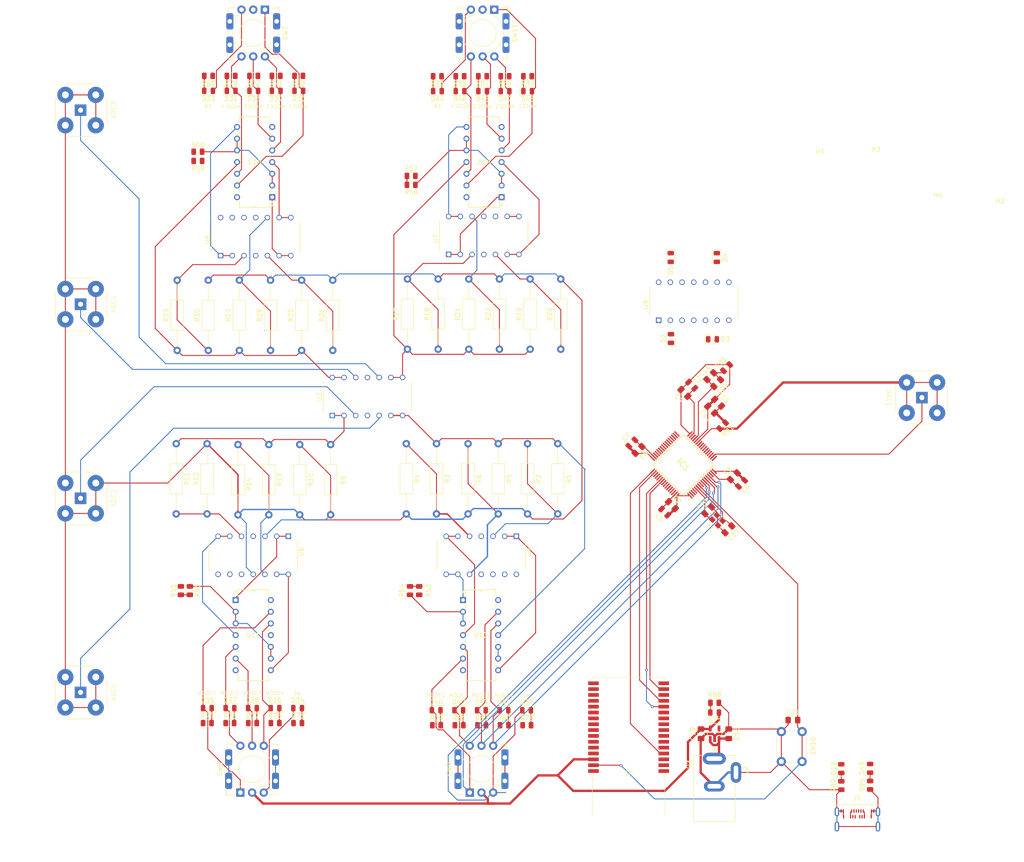
<source format=kicad_pcb>
(kicad_pcb (version 20241229) (generator "pcbnew") (generator_version "9.0")
  (layers (0 "F.Cu" signal) (4 "In1.Cu" power) (6 "In2.Cu" power) (2 "B.Cu" signal) (13 "F.Paste" user) (15 "B.Paste" user) (5 "F.SilkS" user "F.Silkscreen") (7 "B.SilkS" user "B.Silkscreen") (1 "F.Mask" user) (3 "B.Mask" user) (25 "Edge.Cuts" user))
  (net 0 "")
  (net 1 "/ADC1_RAW")
  (net 2 "GND")
  (net 3 "/ADC2_RAW")
  (net 4 "/ADC3_RAW")
  (net 5 "/ADC4_RAW")
  (net 6 "Net-(U4A-+)")
  (net 7 "+3.3V")
  (net 8 "/~{RESET}")
  (net 9 "/OSC_OUT")
  (net 10 "/OSC_IN")
  (net 11 "/UART_TX")
  (net 12 "/UART_RX")
  (net 13 "Net-(IC1-VDDA)")
  (net 14 "Net-(C16-Pad2)")
  (net 15 "+5V")
  (net 16 "/D-")
  (net 18 "/D+")
  (net 36 "/SWDIO")
  (net 40 "/SWCLK")
  (net 44 "Net-(D2-K)")
  (net 45 "Net-(D3-K)")
  (net 46 "Net-(D4-K)")
  (net 47 "Net-(D5-K)")
  (net 48 "/ADC2_MOD1_IND")
  (net 49 "/ADC2_MOD4_IND")
  (net 50 "/ADC2_MOD2_IND")
  (net 54 "/DAC_OUT")
  (net 60 "/ADC2_MOD3_IND")
  (net 61 "/ADC3_BUFFER")
  (net 62 "/ADC4_BUFFER")
  (net 63 "/ADC2_BUFFER")
  (net 64 "/ADC1_BUFFER")
  (net 65 "/ADC4_IN5")
  (net 66 "/ADC1_IN3")
  (net 67 "/ADC2_IN3")
  (net 68 "/ADC3_IN1")
  (net 69 "/ADC3_MOD1_IND")
  (net 70 "/ADC1_MOD3")
  (net 71 "/ADC1_MOD1")
  (net 72 "/ADC1_MOD2")
  (net 73 "/ADC3_MOD4_IND")
  (net 74 "/ADC3_MOD2_IND")
  (net 75 "/ADC3_MOD3_IND")
  (net 76 "Net-(U6A-+)")
  (net 77 "Net-(U6B-+)")
  (net 78 "Net-(U6D-+)")
  (net 79 "/ADC2_MOD1")
  (net 80 "/ADC2_MOD3")
  (net 81 "/ADC4_MOD1_IND")
  (net 82 "/ADC4_MOD4_IND")
  (net 83 "/ADC4_MOD2_IND")
  (net 84 "/ADC4_MOD3_IND")
  (net 85 "Net-(U7A-+)")
  (net 86 "Net-(U7B-+)")
  (net 87 "Net-(U7D-+)")
  (net 88 "Net-(U8A-+)")
  (net 89 "Net-(U8B-+)")
  (net 90 "Net-(U8C-+)")
  (net 91 "/ADC3_MOD2")
  (net 92 "/ADC3_MOD1")
  (net 93 "/ADC3_MOD3")
  (net 94 "/ADC4_MOD3")
  (net 95 "/ADC4_MOD2")
  (net 96 "/ADC4_MOD1")
  (net 98 "Net-(U4B-+)")
  (net 99 "Net-(U4C-+)")
  (net 100 "/ADC1_MOD1_IND")
  (net 101 "/ADC1_MOD2_IND")
  (net 102 "/ADC1_MOD3_IND")
  (net 103 "/ADC1_MOD4_IND")
  (net 104 "/ADC2_MOD2")
  (net 105 "Net-(J1-VBUS-PadA4)")
  (net 106 "Net-(U9B-+)")
  (net 107 "/ADC1_SCALE")
  (net 108 "Net-(U9C-+)")
  (net 109 "/ADC2_SCALE")
  (net 110 "Net-(U9D-+)")
  (net 111 "/ADC3_SCALE")
  (net 112 "/ADC4_SCALE")
  (net 113 "/ADC4_IDLE_IND")
  (net 114 "Net-(D29-K)")
  (net 115 "Net-(D30-K)")
  (net 116 "Net-(D31-K)")
  (net 117 "Net-(D32-K)")
  (net 118 "Net-(D33-K)")
  (net 119 "Net-(D34-K)")
  (net 120 "/ADC2_IDLE_IND")
  (net 121 "Net-(D35-K)")
  (net 122 "Net-(D36-K)")
  (net 123 "Net-(D37-K)")
  (net 124 "Net-(D38-K)")
  (net 125 "Net-(D39-K)")
  (net 126 "/ADC1_IDLE_IND")
  (net 127 "Net-(D40-K)")
  (net 128 "Net-(D41-K)")
  (net 129 "Net-(D42-K)")
  (net 130 "Net-(D43-K)")
  (net 131 "Net-(D44-K)")
  (net 132 "/ADC3_IDLE_IND")
  (net 133 "Net-(D45-K)")
  (net 134 "Net-(D46-K)")
  (net 135 "Net-(D47-K)")
  (net 136 "Net-(D48-K)")
  (net 137 "Net-(D22-K)")
  (net 140 "/TX_IND")
  (net 141 "Net-(D23-K)")
  (net 142 "Net-(D49-K)")
  (net 143 "/RX_IND")
  (net 144 "AGND")
  (net 145 "Net-(U9A-+)")
  (footprint "Diode_SMD:D_0805_2012Metric" (layer "F.Cu") (at 255.3381 142.67589)
    (property "Reference" "D3")
    (property "Value" "D")
  )
  (footprint "Resistor_SMD:R_0805_2012Metric" (layer "F.Cu") (at 160.4725 225.96672)
    (property "Reference" "R75")
    (property "Value" "100K")
  )
  (footprint "Resistor_THT:R_Axial_DIN0207_L6.3mm_D2.5mm_P15.24mm_Horizontal" (layer "F.Cu") (at 222.4275 144.83672 90)
    (property "Reference" "R20")
    (property "Value" "330K")
  )
  (footprint "Resistor_THT:R_Axial_DIN0207_L6.3mm_D2.5mm_P15.24mm_Horizontal" (layer "F.Cu") (at 189.1775 144.83672 90)
    (property "Reference" "R17")
    (property "Value" "500K")
  )
  (footprint "Resistor_SMD:R_0805_2012Metric" (layer "F.Cu") (at 146.0188 85.50672 180)
    (property "Reference" "R68")
    (property "Value" "100K")
  )
  (footprint "Resistor_THT:R_Axial_DIN0207_L6.3mm_D2.5mm_P15.24mm_Horizontal" (layer "F.Cu") (at 139.0175 165.336 -90)
    (property "Reference" "R11")
    (property "Value" "1M")
  )
  (footprint "Resistor_SMD:R_0805_2012Metric" (layer "F.Cu") (at 195.4888 226.42672)
    (property "Reference" "R79")
    (property "Value" "100K")
  )
  (footprint "Resistor_THT:R_Axial_DIN0207_L6.3mm_D2.5mm_P15.24mm_Horizontal" (layer "F.Cu") (at 159.4775 145.08672 90)
    (property "Reference" "R28")
    (property "Value" "330K")
  )
  (footprint "LED_SMD:LED_0805_2012Metric" (layer "F.Cu") (at 200.5813 88.82642)
    (property "Reference" "D46")
    (property "Value" "LED")
  )
  (footprint "Resistor_THT:R_Axial_DIN0207_L6.3mm_D2.5mm_P15.24mm_Horizontal" (layer "F.Cu") (at 159.116 165.526 -90)
    (property "Reference" "R13")
    (property "Value" "250K")
  )
  (footprint "Resistor_THT:R_Axial_DIN0207_L6.3mm_D2.5mm_P15.24mm_Horizontal" (layer "F.Cu") (at 209.1275 144.83672 90)
    (property "Reference" "R22")
    (property "Value" "110K")
  )
  (footprint "5415025-2:CONN BNC JACK RA 50 OHM PCB" (layer "F.Cu") (at 118.2775 177.18672 90)
    (property "Reference" "ADC2")
    (property "Value" "Conn_Coaxial" (hide yes))
  )
  (footprint "Crystal:Crystal_SMD_2520-4Pin_2.5x2.0mm" (layer "F.Cu") (at 256.3987 181.937 135)
    (property "Reference" "Y1")
    (property "Value" "16MHz")
  )
  (footprint "LM324N_NOPB:DIP825W47P254L1917H533Q14" (layer "F.Cu") (at 251.275 134.425 90)
    (property "Reference" "U9")
    (property "Value" "LM324")
  )
  (footprint "Button_Switch_THT:SW_NKK_NR01" (layer "F.Cu") (at 202.6875 241.04672 90)
    (property "Reference" "SW9")
    (property "Value" "SW_SP5T_NR01105")
  )
  (footprint "Resistor_SMD:R_0805_2012Metric" (layer "F.Cu") (at 215.2307 85.57642 180)
    (property "Reference" "R84")
    (property "Value" "100K")
  )
  (footprint "Diode_SMD:D_0805_2012Metric" (layer "F.Cu") (at 246.3225 142.51167 90)
    (property "Reference" "D2")
    (property "Value" "D")
  )
  (footprint "LED_SMD:LED_0805_2012Metric" (layer "F.Cu") (at 215.0138 223.17672 180)
    (property "Reference" "D39")
    (property "Value" "RED")
  )
  (footprint "Resistor_SMD:R_0805_2012Metric" (layer "F.Cu") (at 155.825 85.50672 180)
    (property "Reference" "R72")
    (property "Value" "100K")
  )
  (footprint "LED_SMD:LED_0805_2012Metric" (layer "F.Cu") (at 283.275 235.85 90)
    (property "Reference" "D23")
    (property "Value" "RED")
  )
  (footprint "Diode_SMD:D_0805_2012Metric" (layer "F.Cu") (at 256.2756 124.92589 -90)
    (property "Reference" "D4")
    (property "Value" "D")
  )
  (footprint "Resistor_SMD:R_0805_2012Metric" (layer "F.Cu") (at 215.0763 226.42672)
    (property "Reference" "R78")
    (property "Value" "100K")
  )
  (footprint "Capacitor_SMD:C_0805_2012Metric" (layer "F.Cu") (at 250.815777 152.641477 135)
    (property "Reference" "C3")
    (property "Value" "4.7u")
  )
  (footprint "SN74HC4066N:N14" (layer "F.Cu") (at 159.5375 214.50672)
    (property "Reference" "U11")
    (property "Value" "SN74HC4066N")
  )
  (footprint "LED_SMD:LED_0805_2012Metric" (layer "F.Cu") (at 205.4844 88.82642)
    (property "Reference" "D48")
    (property "Value" "LED")
  )
  (footprint "Capacitor_SMD:C_0805_2012Metric_Pad1.18x1.45mm_HandSolder" (layer "F.Cu") (at 252.8505 228.2875 -90)
    (property "Reference" "C19")
    (property "Value" "1u")
  )
  (footprint "Resistor_SMD:R_0805_2012Metric" (layer "F.Cu") (at 189.7275 197.21672 90)
    (property "Reference" "R54")
    (property "Value" "100K")
  )
  (footprint "Capacitor_SMD:C_0805_2012Metric" (layer "F.Cu") (at 244.955 180.175 -45)
    (property "Reference" "C1")
    (property "Value" "4.7u")
  )
  (footprint "Resistor_SMD:R_0805_2012Metric" (layer "F.Cu") (at 257.525 161.425 -135)
    (property "Reference" "R91")
    (property "Value" "0")
  )
  (footprint "LM324N_NOPB:DIP825W47P254L1917H533Q14" (layer "F.Cu") (at 155.7275 189.551 -90)
    (property "Reference" "U6")
    (property "Value" "LM324")
  )
  (footprint "Resistor_SMD:R_0805_2012Metric" (layer "F.Cu") (at 143.7275 101.96672 180)
    (property "Reference" "R60")
    (property "Value" "100K")
  )
  (footprint "Capacitor_SMD:C_0805_2012Metric_Pad1.18x1.45mm_HandSolder" (layer "F.Cu") (at 254.858277 150.683977 45)
    (property "Reference" "C16")
    (property "Value" "0.1")
  )
  (footprint "Resistor_THT:R_Axial_DIN0207_L6.3mm_D2.5mm_P15.24mm_Horizontal" (layer "F.Cu") (at 172.515 165.526 -90)
    (property "Reference" "R9")
    (property "Value" "500K")
  )
  (footprint "Resistor_THT:R_Axial_DIN0207_L6.3mm_D2.5mm_P15.24mm_Horizontal" (layer "F.Cu") (at 145.9775 145.08672 90)
    (property "Reference" "R30")
    (property "Value" "110K")
  )
  (footprint "LED_SMD:LED_0805_2012Metric" (layer "F.Cu") (at 165.3556 222.71672 180)
    (property "Reference" "D34")
    (property "Value" "RED")
  )
  (footprint "Capacitor_SMD:C_0805_2012Metric" (layer "F.Cu") (at 237.8449 165.187 -135)
    (property "Reference" "C7")
    (property "Value" "4.7u")
  )
  (footprint "SN74HC4066N:N14" (layer "F.Cu") (at 201.9775 96.59672 180)
    (property "Reference" "U12")
    (property "Value" "SN74HC4066N")
  )
  (footprint "Resistor_SMD:R_0805_2012Metric" (layer "F.Cu") (at 145.7631 225.96672)
    (property "Reference" "R74")
    (property "Value" "100K")
  )
  (footprint "Resistor_SMD:R_0805_2012Metric" (layer "F.Cu") (at 150.6662 225.96672)
    (property "Reference" "R76")
    (property "Value" "100K")
  )
  (footprint "Button_Switch_THT:SW_NKK_NR01" (layer "F.Cu") (at 152.9375 241.04672 90)
    (property "Reference" "SW8")
    (property "Value" "SW_SP5T_NR01105")
  )
  (footprint "MountingHole:MountingHole_2.5mm" (layer "F.Cu") (at 290.775 104.925)
    (property "Reference" "H3")
    (property "Value" "MountingHole")
  )
  (footprint "Resistor_SMD:R_0805_2012Metric" (layer "F.Cu") (at 140.0275 197.21672 90)
    (property "Reference" "R55")
    (property "Value" "100K")
  )
  (footprint "SN74HC4066N:N14" (layer "F.Cu") (at 208.8475 214.50672)
    (property "Reference" "U10")
    (property "Value" "SN74HC4066N")
  )
  (footprint "Resistor_SMD:R_0805_2012Metric" (layer "F.Cu") (at 191.7275 197.21672 -90)
    (property "Reference" "R53")
    (property "Value" "100K")
  )
  (footprint "Resistor_SMD:R_0805_2012Metric" (layer "F.Cu") (at 289.525 239.45 90)
    (property "Reference" "R90")
    (property "Value" "100K")
  )
  (footprint "LED_SMD:LED_0805_2012Metric" (layer "F.Cu") (at 150.6862 222.71672 180)
    (property "Reference" "D37")
    (property "Value" "LED")
  )
  (footprint "Resistor_SMD:R_0805_2012Metric" (layer "F.Cu") (at 210.1794 226.42672)
    (property "Reference" "R80")
    (property "Value" "100K")
  )
  (footprint "Capacitor_SMD:C_0805_2012Metric_Pad1.18x1.45mm_HandSolder" (layer "F.Cu") (at 259.9559 172.3915 45)
    (property "Reference" "C6")
    (property "Value" "0.1u")
  )
  (footprint "PJ_202B:CUI_PJ-202B" (layer "F.Cu") (at 255.726 240.175 -90)
    (property "Reference" "J2")
    (property "Value" "PJ-202B")
  )
  (footprint "5415025-2:CONN BNC JACK RA 50 OHM PCB" (layer "F.Cu") (at 118.2775 92.953387 90)
    (property "Reference" "ADC3")
    (property "Value" "Conn_Coaxial" (hide yes))
  )
  (footprint "Button_Switch_THT:SW_NKK_NR01" (layer "F.Cu") (at 208.0175 71.13672 -90)
    (property "Reference" "SW11")
    (property "Value" "SW_SP5T_NR01105")
  )
  (footprint "Resistor_THT:R_Axial_DIN0207_L6.3mm_D2.5mm_P15.24mm_Horizontal" (layer "F.Cu") (at 202.4775 144.83672 90)
    (property "Reference" "R21")
    (property "Value" "250K")
  )
  (footprint "LED_SMD:LED_0805_2012Metric" (layer "F.Cu") (at 155.5494 222.71672 180)
    (property "Reference" "D38")
    (property "Value" "LED")
  )
  (footprint "Resistor_THT:R_Axial_DIN0207_L6.3mm_D2.5mm_P15.24mm_Horizontal" (layer "F.Cu") (at 166.2275 145.08672 90)
    (property "Reference" "R25")
    (property "Value" "500K")
  )
  (footprint "Resistor_SMD:R_0805_2012Metric" (layer "F.Cu") (at 205.4644 85.57642 180)
    (property "Reference" "R87")
    (property "Value" "100K")
  )
  (footprint "LED_SMD:LED_0805_2012Metric" (layer "F.Cu") (at 200.3044 223.17672 180)
    (property "Reference" "D42")
    (property "Value" "LED")
  )
  (footprint "LED_SMD:LED_0805_2012Metric" (layer "F.Cu") (at 160.4525 222.71672 180)
    (property "Reference" "D36")
    (property "Value" "LED")
  )
  (footprint "ST-Link_V3:STLink_V3MODS" (layer "F.Cu") (at 237.145 236.375 180)
    (property "Reference" "U1")
    (property "Value" "STLINK-V3MODS")
  )
  (footprint "5415025-2:CONN BNC JACK RA 50 OHM PCB" (layer "F.Cu") (at 300.7625 155.33208 -90)
    (property "Reference" "DAC1")
    (property "Value" "Conn_Coaxial" (hide yes))
  )
  (footprint "Resistor_SMD:R_0805_2012Metric" (layer "F.Cu") (at 165.5913 85.50672 180)
    (property "Reference" "R69")
    (property "Value" "100K")
  )
  (footprint "Resistor_THT:R_Axial_DIN0207_L6.3mm_D2.5mm_P15.24mm_Horizontal" (layer "F.Cu") (at 221.775 165.336 -90)
    (property "Reference" "R1")
    (property "Value" "500K")
  )
  (footprint "Resistor_THT:R_Axial_DIN0207_L6.3mm_D2.5mm_P15.24mm_Horizontal" (layer "F.Cu") (at 215.7775 144.83672 90)
    (property "Reference" "R19")
    (property "Value" "1M")
  )
  (footprint "LED_SMD:LED_0805_2012Metric" (layer "F.Cu") (at 215.2507 88.82642)
    (property "Reference" "D45")
    (property "Value" "LED")
  )
  (footprint "Resistor_THT:R_Axial_DIN0207_L6.3mm_D2.5mm_P15.24mm_Horizontal" (layer "F.Cu") (at 195.8275 144.83672 90)
    (property "Reference" "R18")
    (property "Value" "330K")
  )
  (footprint "Resistor_THT:R_Axial_DIN0207_L6.3mm_D2.5mm_P15.24mm_Horizontal" (layer "F.Cu") (at 165.8155 165.526 -90)
    (property "Reference" "R10")
    (property "Value" "330K")
  )
  (footprint "Capacitor_SMD:C_0805_2012Metric_Pad1.18x1.45mm_HandSolder" (layer "F.Cu") (at 256.541377 156.441377 -45)
    (property "Reference" "C15")
    (property "Value" "0.1u")
  )
  (footprint "Connector_USB:USB_C_Receptacle_Amphenol_124019772112A" (layer "F.Cu") (at 286.775 248.2425)
    (property "Reference" "J1")
    (property "Value" "USB_C_Receptacle_USB2.0_16P")
  )
  (footprint "Button_Switch_THT:SW_NKK_NR01" (layer "F.Cu") (at 158.2675 71.13672 -90)
    (property "Reference" "SW7")
    (property "Value" "SW_SP5T_NR01105")
  )
  (footprint "Package_TO_SOT_SMD:SOT-23-5" (layer "F.Cu") (at 255.8005 228.2875 90)
    (property "Reference" "U3")
    (property "Value" "AP2112K-3.3")
  )
  (footprint "LED_SMD:LED_0805_2012Metric" (layer "F.Cu") (at 155.845 88.75672)
    (property "Reference" "D33")
    (property "Value" "LED")
  )
  (footprint "Resistor_SMD:R_0805_2012Metric" (layer "F.Cu") (at 189.9775 107.21672)
    (property "Reference" "R57")
    (property "Value" "100K")
  )
  (footprint "LED_SMD:LED_0805_2012Metric" (layer "F.Cu") (at 146.0388 88.75672)
    (property "Reference" "D29")
    (property "Value" "RED")
  )
  (footprint "Resistor_THT:R_Axial_DIN0207_L6.3mm_D2.5mm_P15.24mm_Horizontal" (layer "F.Cu") (at 195.475 165.336 -90)
    (property "Reference" "R3")
    (property "Value" "1M")
  )
  (footprint "5415025-2:CONN BNC JACK RA 50 OHM PCB" (layer "F.Cu") (at 118.2775 135.070054 90)
    (property "Reference" "ADC4")
    (property "Value" "Conn_Coaxial" (hide yes))
  )
  (footprint "MountingHole:MountingHole_2.5mm" (layer "F.Cu") (at 304.275 114.925)
    (property "Reference" "H4")
    (property "Value" "MountingHole")
  )
  (footprint "SN74HC4066N:N14" (layer "F.Cu") (at 152.2275 96.59672 180)
    (property "Reference" "U13")
    (property "Value" "SN74HC4066N")
  )
  (footprint "Capacitor_SMD:C_0805_2012Metric_Pad1.18x1.45mm_HandSolder" (layer "F.Cu") (at 258.775 183.925 -135)
    (property "Reference" "C17")
    (property "Value" "12p")
  )
  (footprint "LED_SMD:LED_0805_2012Metric" (layer "F.Cu") (at 145.7831 222.71672 180)
    (property "Reference" "D35")
    (property "Value" "LED")
  )
  (footprint "LM324N_NOPB:DIP825W47P254L1917H533Q14" (layer "F.Cu") (at 180.5 155.08833 90)
    (property "Reference" "U2")
    (property "Value" "LM324")
  )
  (footprint "Capacitor_SMD:C_0805_2012Metric_Pad1.18x1.45mm_HandSolder" (layer "F.Cu") (at 256.358277 152.183977 45)
    (property "Reference" "C22")
    (property "Value" "0.1u")
  )
  (footprint "Capacitor_SMD:C_0805_2012Metric_Pad1.18x1.45mm_HandSolder" (layer "F.Cu") (at 258.8505 228.2875 90)
    (property "Reference" "C18")
    (property "Value" "1u")
  )
  (footprint "Resistor_SMD:R_0805_2012Metric" (layer "F.Cu") (at 255.8005 221.5625 180)
    (property "Reference" "R88")
    (property "Value" "100K")
  )
  (footprint "Resistor_SMD:R_0805_2012Metric" (layer "F.Cu") (at 205.2825 226.42672)
    (property "Reference" "R82")
    (property "Value" "100K")
  )
  (footprint "Capacitor_SMD:C_0805_2012Metric" (layer "F.Cu") (at 261.6277 173.9534 45)
    (property "Reference" "C5")
    (property "Value" "4.7u")
  )
  (footprint "LED_SMD:LED_0805_2012Metric" (layer "F.Cu") (at 150.9419 88.75672)
    (property "Reference" "D31")
    (property "Value" "LED")
  )
  (footprint "Resistor_SMD:R_0805_2012Metric" (layer "F.Cu") (at 283.275 239.5125 90)
    (property "Reference" "R89")
    (property "Value" "100K")
  )
  (footprint "Diode_SMD:D_0805_2012Metric" (layer "F.Cu") (at 246.2756 124.92589 -90)
    (property "Reference" "D5")
    (property "Value" "D")
  )
  (footprint "LED_SMD:LED_0805_2012Metric" (layer "F.Cu") (at 195.4013 223.17672 180)
    (property "Reference" "D40")
    (property "Value" "LED")
  )
  (footprint "LM324N_NOPB:DIP825W47P254L1917H533Q14" (layer "F.Cu") (at 156.2625 120.38672 90)
    (property "Reference" "U8")
    (property "Value" "LM324")
  )
  (footprint "Resistor_SMD:R_0805_2012Metric" (layer "F.Cu") (at 200.3857 226.42672)
    (property "Reference" "R81")
    (property "Value" "100K")
  )
  (footprint "Resistor_THT:R_Axial_DIN0207_L6.3mm_D2.5mm_P15.24mm_Horizontal" (layer "F.Cu") (at 202.325 165.336 -90)
    (property "Reference" "R6")
    (property "Value" "110K")
  )
  (footprint "Capacitor_SMD:C_0805_2012Metric_Pad1.18x1.45mm_HandSolder" (layer "F.Cu") (at 255.041377 157.941377 -45)
    (property "Reference" "C11")
    (property "Value" "0.1u")
  )
  (footprint "LED_SMD:LED_0805_2012Metric" (layer "F.Cu") (at 160.7081 88.75672)
    (property "Reference" "D32")
    (property "Value" "LED")
  )
  (footprint "Button_Switch_THT:SW_PUSH_6mm" (layer "F.Cu") (at 270.275 234.315 90)
    (property "Reference" "SW10")
    (property "Value" "Tactile_6mm")
  )
  (footprint "Resistor_THT:R_Axial_DIN0207_L6.3mm_D2.5mm_P15.24mm_Horizontal" (layer "F.Cu") (at 145.717 180.576 90)
    (property "Reference" "R12")
    (property "Value" "330K")
  )
  (footprint "Capacitor_SMD:C_0805_2012Metric_Pad1.18x1.45mm_HandSolder" (layer "F.Cu") (at 254.4172 179.812 45)
    (property "Reference" "C20")
    (property "Value" "12p")
  )
  (footprint "Resistor_SMD:R_0805_2012Metric" (layer "F.Cu") (at 143.7275 103.96672)
    (property "Reference" "R59")
    (property "Value" "100K")
  )
  (footprint "LED_SMD:LED_0805_2012Metric" (layer "F.Cu") (at 195.6782 88.82642)
    (property "Reference" "D44")
    (property "Value" "RED")
  )
  (footprint "LED_SMD:LED_0805_2012Metric" (layer "F.Cu") (at 289.525 235.7875 90)
    (property "Reference" "D49")
    (property "Value" "GREEN")
  )
  (footprint "Capacitor_SMD:C_0805_2012Metric" (layer "F.Cu") (at 258.394077 148.837077 45)
    (property "Reference" "FB1")
    (property "Value" "FerriteBead")
  )
  (footprint "5415025-2:CONN BNC JACK RA 50 OHM PCB" (layer "F.Cu") (at 118.2775 219.303387 90)
    (property "Reference" "ADC1")
    (property "Value" "Conn_Coaxial" (hide yes))
  )
  (footprint "Resistor_SMD:R_0805_2012Metric" (layer "F.Cu") (at 160.6881 85.50672 180)
    (property "Reference" "R71")
    (property "Value" "100K")
  )
  (footprint "LED_SMD:LED_0805_2012Metric" (layer "F.Cu") (at 210.3476 88.82642)
    (property "Reference" "D47")
    (property "Value" "LED")
  )
  (footprint "LED_SMD:LED_0805_2012Metric" (layer "F.Cu") (at 165.6113 88.75672)
    (property "Reference" "D30")
    (property "Value" "LED")
  )
  (footprint "Resistor_SMD:R_0805_2012Metric" (layer "F.Cu") (at 155.5694 225.96672)
    (property "Reference" "R77")
    (property "Value" "100K")
  )
  (footprint "LED_SMD:LED_0805_2012Metric" (layer "F.Cu") (at 205.2075 223.17672 180)
    (property "Reference" "D43")
    (property "Value" "LED")
  )
  (footprint "Resistor_SMD:R_0805_2012Metric" (layer "F.Cu") (at 150.9219 85.50672 180)
    (property "Reference" "R70")
    (property "Value" "100K")
  )
  (footprint "LM324N_NOPB:DIP825W47P254L1917H533Q14" (layer "F.Cu") (at 205.185 189.551 -90)
    (property "Reference" "U4")
    (property "Value" "LM324")
  )
  (footprint "Resistor_SMD:R_0805_2012Metric" (layer "F.Cu") (at 195.6582 85.57642 180)
    (property "Reference" "R83")
    (property "Value" "100K")
  )
  (footprint "Capacitor_SMD:C_0805_2012Metric_Pad1.18x1.45mm_HandSolder" (layer "F.Cu") (at 272.775 225.315)
    (property "Reference" "C21")
    (property "Value" "0.1u")
  )
  (footprint "LED_SMD:LED_0805_2012Metric" (layer "F.Cu") (at 255.8005 223.675)
    (property "Reference" "D22")
    (property "Value" "LED")
  )
  (footprint "Resistor_SMD:R_0805_2012Metric" (layer "F.Cu") (at 141.9775 197.21672 -90)
    (property "Reference" "R56")
    (property "Value" "100K")
  )
  (footprint "Resistor_SMD:R_0805_2012Metric" (layer "F.Cu") (at 189.9775 109.16672 180)
    (property "Reference" "R58")
    (property "Value" "100K")
  )
  (footprint "Resistor_THT:R_Axial_DIN0207_L6.3mm_D2.5mm_P15.24mm_Horizontal" (layer "F.Cu") (at 152.4165 165.526 -90)
    (property "Reference" "R14")
    (property "Value" "110K")
  )
  (footprint "Resistor_SMD:R_0805_2012Metric" (layer "F.Cu") (at 165.3756 225.96672)
    (property "Reference" "R73")
    (property "Value" "100K")
  )
  (footprint "MountingHole:MountingHole_2.5mm" (layer "F.Cu") (at 317.775 116.175)
    (property "Reference" "H2")
    (property "Value" "MountingHole")
  )
  (footprint "MountingHole:MountingHole_2.5mm" (layer "F.Cu") (at 278.775 105.425)
    (property "Reference" "H1")
    (property "Value" "MountingHole")
  )
  (footprint "LM324N_NOPB:DIP825W47P254L1917H533Q14" (layer "F.Cu") (at 205.7275 120.13672 90)
    (property "Reference" "U7")
    (property "Value" "LM324")
  )
  (footprint "LED_SMD:LED_0805_2012Metric" (layer "F.Cu") (at 210.1107 223.17672 180)
    (property "Reference" "D41")
    (property "Value" "LED")
  )
  (footprint "Resistor_THT:R_Axial_DIN0207_L6.3mm_D2.5mm_P15.24mm_Horizontal" (layer "F.Cu") (at 215.225 165.336 -90)
    (property "Reference" "R2")
    (property "Value" "330K")
  )
  (footprint "Resistor_SMD:R_0805_2012Metric" (layer "F.Cu") (at 200.5613 85.57642 180)
    (property "Reference" "R85")
    (property "Value" "100K")
  )
  (footprint "Capacitor_SMD:C_0805_2012Metric_Pad1.18x1.45mm_HandSolder" (layer "F.Cu") (at 246.525 178.675 -46)
    (property "Reference" "C2")
    (property "Value" "0.1u")
  )
  (footprint "Resistor_THT:R_Axial_DIN0207_L6.3mm_D2.5mm_P15.24mm_Horizontal" (layer "F.Cu") (at 188.925 165.336 -90)
    (property "Reference" "R4")
    (property "Value" "330K")
  )
  (footprint "Capacitor_SMD:C_0805_2012Metric_Pad1.18x1.45mm_HandSolder" (layer "F.Cu") (at 249.237577 154.313277 135)
    (property "Reference" "C4")
    (property "Value" "0.1u")
  )
  (footprint "Resistor_THT:R_Axial_DIN0207_L6.3mm_D2.5mm_P15.24mm_Horizontal" (layer "F.Cu") (at 139.2275 145.08672 90)
    (property "Reference" "R29")
    (property "Value" "250K")
  )
  (footprint "Resistor_SMD:R_0805_2012Metric" (layer "F.Cu") (at 210.3276 85.57642 180)
    (property "Reference" "R86")
    (property "Value" "100K")
  )
  (footprint "Resistor_THT:R_Axial_DIN0207_L6.3mm_D2.5mm_P15.24mm_Horizontal" (layer "F.Cu") (at 208.875 165.336 -90)
    (property "Reference" "R5")
    (property "Value" "250K")
  )
  (footprint "Resistor_THT:R_Axial_DIN0207_L6.3mm_D2.5mm_P15.24mm_Horizontal" (layer "F.Cu") (at 172.9775 145.08672 90)
    (property "Reference" "R26")
    (property "Value" "330K")
  )
  (footprint "Resistor_THT:R_Axial_DIN0207_L6.3mm_D2.5mm_P15.24mm_Horizontal" (layer "F.Cu") (at 152.7275 145.08672 90)
    (property "Reference" "R27")
    (property "Value" "1M")
  )
  (footprint "Capacitor_SMD:C_0805_2012Metric_Pad1.18x1.45mm_HandSolder" (layer "F.Cu") (at 239.2949 166.687 -135)
    (property "Reference" "C8")
    (property "Value" "0.1u")
  )
  (footprint "STM32G474RET6:QFP50P1200X1200X160-64N" (layer "F.Cu") (at 249.025 169.925 135)
    (property "Reference" "IC1")
    (property "Value" "STM32G474RET6" (hide yes))
  )
  (gr_text "MODE2" (at 148.523447 219.94642 0) (layer "F.SilkS") (effects (font (size 0.8 0.8) (thickness 0.1)) (justify left bottom)))
  (gr_text "MODE3" (at 207.553448 91.59672 180) (layer "F.SilkS") (effects (font (size 0.8 0.8) (thickness 0.1)) (justify left bottom)))
  (gr_text "SW" (at 196.566295 91.59672 180) (layer "F.SilkS") (effects (font (size 0.8 0.8) (thickness 0.1)) (justify left bottom)))
  (gr_text "MODE4" (at 202.650348 91.59672 180) (layer "F.SilkS") (effects (font (size 0.8 0.8) (thickness 0.1)) (justify left bottom)))
  (gr_text "MODE3" (at 203.010447 220.40642 0) (layer "F.SilkS") (effects (font (size 0.8 0.8) (thickness 0.1)) (justify left bottom)))
  (gr_text "SW" (at 146.8562 91.64752 180) (layer "F.SilkS") (effects (font (size 0.8 0.8) (thickness 0.1)) (justify left bottom)))
  (gr_text "MODE1" (at 143.620347 219.94642 0) (layer "F.SilkS") (effects (font (size 0.8 0.8) (thickness 0.1)) (justify left bottom)))
  (gr_text "MODE4" (at 152.940253 91.64752 180) (layer "F.SilkS") (effects (font (size 0.8 0.8) (thickness 0.1)) (justify left bottom)))
  (gr_text "MODE4" (at 207.913547 220.40642 0) (layer "F.SilkS") (effects (font (size 0.8 0.8) (thickness 0.1)) (justify left bottom)))
  (gr_text "MODE1" (at 167.609653 91.64752 180) (layer "F.SilkS") (effects (font (size 0.8 0.8) (thickness 0.1)) (justify left bottom)))
  (gr_text "MODE1" (at 217.319748 91.59672 180) (layer "F.SilkS") (effects (font (size 0.8 0.8) (thickness 0.1)) (justify left bottom)))
  (gr_text "MODE2" (at 198.147247 220.40642 0) (layer "F.SilkS") (effects (font (size 0.8 0.8) (thickness 0.1)) (justify left bottom)))
  (gr_text "MODE3" (at 157.843353 91.64752 180) (layer "F.SilkS") (effects (font (size 0.8 0.8) (thickness 0.1)) (justify left bottom)))
  (gr_text "MODE4" (at 158.289747 219.94642 0) (layer "F.SilkS") (effects (font (size 0.8 0.8) (thickness 0.1)) (justify left bottom)))
  (gr_text "MODE1" (at 193.244147 220.40642 0) (layer "F.SilkS") (effects (font (size 0.8 0.8) (thickness 0.1)) (justify left bottom)))
  (gr_text "MODE2" (at 212.416648 91.59672 180) (layer "F.SilkS") (effects (font (size 0.8 0.8) (thickness 0.1)) (justify left bottom)))
  (gr_text "MODE3" (at 153.386647 219.94642 0) (layer "F.SilkS") (effects (font (size 0.8 0.8) (thickness 0.1)) (justify left bottom)))
  (gr_text "MODE2" (at 162.706553 91.64752 180) (layer "F.SilkS") (effects (font (size 0.8 0.8) (thickness 0.1)) (justify left bottom)))
  (gr_text "SW" (at 164.3738 219.94642 0) (layer "F.SilkS") (effects (font (size 0.8 0.8) (thickness 0.1)) (justify left bottom)))
  (gr_text "SW" (at 213.9976 220.40642 0) (layer "F.SilkS") (effects (font (size 0.8 0.8) (thickness 0.1)) (justify left bottom)))
  (segment (start 128.9775 201.21672) (end 118.2775 211.91672) (width 0.2) (layer "B.Cu") (net 1))
  (segment (start 180.9775 161.96672) (end 138.4775 161.96672) (width 0.2) (layer "B.Cu") (net 1))
  (segment (start 118.2775 211.91672) (end 118.2775 219.303387) (width 0.2) (layer "B.Cu") (net 1))
  (segment (start 183.04 159.21583) (end 183.04 159.90422) (width 0.2) (layer "B.Cu") (net 1))
  (segment (start 138.4775 161.96672) (end 128.9775 171.46672) (width 0.2) (layer "B.Cu") (net 1))
  (segment (start 183.04 159.90422) (end 180.9775 161.96672) (width 0.2) (layer "B.Cu") (net 1))
  (segment (start 128.9775 171.46672) (end 128.9775 201.21672) (width 0.2) (layer "B.Cu") (net 1))
  (segment (start 251.487528 153.313228) (end 249.9712 154.829556) (width 0.2) (layer "F.Cu") (net 2))
  (segment (start 240.457183 165.953377) (end 242.669524 168.165718) (width 0.2) (layer "F.Cu") (net 2))
  (segment (start 255.349499 228.3115) (end 255.8005 228.762501) (width 0.5) (layer "F.Cu") (net 2))
  (segment (start 256.451253 180.999604) (end 256.274956 180.823307) (width 0.2) (layer "F.Cu") (net 2))
  (segment (start 200.1475 233.42672) (end 200.1475 238.50672) (width 0.2) (layer "F.Cu") (net 2))
  (segment (start 255.8005 228.8584) (end 256.3474 228.3115) (width 0.5) (layer "F.Cu") (net 2))
  (segment (start 253.864 228.3115) (end 255.349499 228.3115) (width 0.5) (layer "F.Cu") (net 2))
  (segment (start 239.954779 165.953377) (end 240.028523 165.953377) (width 0.2) (layer "F.Cu") (net 2))
  (segment (start 255.775 158.675) (end 256.06547 158.675) (width 0.5) (layer "F.Cu") (net 2))
  (segment (start 255.150823 179.078377) (end 256.274956 180.20251) (width 0.2) (layer "F.Cu") (net 2))
  (segment (start 240.028523 165.953377) (end 240.457183 165.953377) (width 0.2) (layer "F.Cu") (net 2))
  (segment (start 291.05 245.0425) (end 291.225 245.2175) (width 0.2) (layer "F.Cu") (net 2))
  (segment (start 255.8005 228.762501) (end 255.8005 229.425) (width 0.5) (layer "F.Cu") (net 2))
  (segment (start 282.275 245.1675) (end 282.325 245.2175) (width 0.2) (layer "F.Cu") (net 2))
  (segment (start 252.775 236.724) (end 255.726 239.675) (width 0.5) (layer "F.Cu") (net 2))
  (segment (start 283.275 240.425) (end 282.275 241.425) (width 0.2) (layer "F.Cu") (net 2))
  (segment (start 251.359285 156.434985) (end 249.9712 155.0469) (width 0.2) (layer "F.Cu") (net 2))
  (segment (start 245.804292 177.741902) (end 247.265718 176.280476) (width 0.2) (layer "F.Cu") (net 2))
  (segment (start 256.06547 158.675) (end 258.170235 160.779765) (width 0.5) (layer "F.Cu") (net 2))
  (segment (start 289.775 245.0925) (end 289.825 245.0425) (width 0.2) (layer "F.Cu") (net 2))
  (segment (start 260.722305 174.625151) (end 260.955949 174.625151) (width 0.2) (layer "F.Cu") (net 2))
  (segment (start 256.770194 173.074) (end 259.171154 173.074) (width 0.2) (layer "F.Cu") (net 2))
  (segment (start 259.171154 173.074) (end 259.222277 173.125123) (width 0.2) (layer "F.Cu") (net 2))
  (segment (start 267.915 236.675) (end 270.275 234.315) (width 0.2) (layer "F.Cu") (net 2))
  (segment (start 210.3075 233.42672) (end 210.3075 238.50672) (width 0.2) (layer "F.Cu") (net 2))
  (segment (start 255.775 158.675) (end 257.275 157.175) (width 0.2) (layer "F.Cu") (net 2))
  (segment (start 255.8005 229.425) (end 255.8005 228.8584) (width 0.5) (layer "F.Cu") (net 2))
  (segment (start 249.9712 154.829556) (end 249.9712 155.0469) (width 0.2) (layer "F.Cu") (net 2))
  (segment (start 282.275 241.425) (end 282.275 245.1675) (width 0.2) (layer "F.Cu") (net 2))
  (segment (start 271.7375 226.3525) (end 270.275 227.815) (width 0.2) (layer "F.Cu") (net 2))
  (segment (start 289.775 246.2925) (end 289.775 245.0925) (width 0.2) (layer "F.Cu") (net 2))
  (segment (start 270.275 227.815) (end 270.275 234.315) (width 0.2) (layer "F.Cu") (net 2))
  (segment (start 283.3375 240.3625) (end 283.275 240.425) (width 0.2) (layer "F.Cu") (net 2))
  (segment (start 258.8505 227.25) (end 269.71 227.25) (width 0.2) (layer "F.Cu") (net 2))
  (segment (start 256.451253 182.979502) (end 256.451253 180.999604) (width 0.2) (layer "F.Cu") (net 2))
  (segment (start 290.325 245.0425) (end 291.05 245.0425) (width 0.2) (layer "F.Cu") (net 2))
  (segment (start 256.3474 228.3115) (end 257.789 228.3115) (width 0.5) (layer "F.Cu") (net 2))
  (segment (start 289.825 245.0425) (end 290.325 245.0425) (width 0.2) (layer "F.Cu") (net 2))
  (segment (start 245.804292 177.928685) (end 245.804292 177.741902) (width 0.2) (layer "F.Cu") (net 2))
  (segment (start 269.71 227.25) (end 270.275 227.815) (width 0.2) (layer "F.Cu") (net 2))
  (segment (start 282.325 248.4175) (end 291.225 248.4175) (width 0.2) (layer "F.Cu") (net 2))
  (segment (start 283.725 246.2425) (end 283.775 246.2925) (width 0.2) (layer "F.Cu") (net 2))
  (segment (start 257.789 228.3115) (end 258.8505 227.25) (width 0.5) (layer "F.Cu") (net 2))
  (segment (start 256.274956 180.20251) (end 256.274956 180.823307) (width 0.2) (layer "F.Cu") (net 2))
  (segment (start 258.8505 227.25) (end 258.8505 223.7) (width 0.2) (layer "F.Cu") (net 2))
  (segment (start 283.225 245.0425) (end 282.5 245.0425) (width 0.2) (layer "F.Cu") (net 2))
  (segment (start 251.359285 162.994521) (end 251.359285 156.434985) (width 0.2) (layer "F.Cu") (net 2))
  (segment (start 270.275 234.315) (end 276.385 240.425) (width 0.2) (layer "F.Cu") (net 2))
  (segment (start 283.225 245.0425) (end 283.725 245.0425) (width 0.2) (layer "F.Cu") (net 2))
  (segment (start 255.380476 171.684282) (end 256.770194 173.074) (width 0.2) (layer "F.Cu") (net 2))
  (segment (start 289.525 240.3625) (end 289.525 240.425) (width 0.2) (layer "F.Cu") (net 2))
  (segment (start 245.804292 177.928685) (end 244.283249 179.449728) (width 0.2) (layer "F.Cu") (net 2))
  (segment (start 238.516651 164.515249) (end 239.954779 165.953377) (width 0.2) (layer "F.Cu") (net 2))
  (segment (start 276.385 240.425) (end 283.275 240.425) (width 0.2) (layer "F.Cu") (net 2))
  (segment (start 256.522444 183.13969) (end 256.522444 183.050693) (width 0.2) (layer "F.Cu") (net 2))
  (segment (start 244.283249 179.449728) (end 244.283249 179.503249) (width 0.2) (layer "F.Cu") (net 2))
  (segment (start 256.522444 183.050693) (end 256.451253 182.979502) (width 0.2) (layer "F.Cu") (net 2))
  (segment (start 283.725 245.0425) (end 283.725 246.2425) (width 0.2) (layer "F.Cu") (net 2))
  (segment (start 258.8505 223.7) (end 256.713 221.5625) (width 0.2) (layer "F.Cu") (net 2))
  (segment (start 252.8505 229.325) (end 253.864 228.3115) (width 0.5) (layer "F.Cu") (net 2))
  (segment (start 282.5 245.0425) (end 282.325 245.2175) (width 0.2) (layer "F.Cu") (net 2))
  (segment (start 250.784282 163.569524) (end 251.359285 162.994521) (width 0.2) (layer "F.Cu") (net 2))
  (segment (start 258.041377 184.658623) (end 256.522444 183.13969) (width 0.2) (layer "F.Cu") (net 2))
  (segment (start 260.426 236.675) (end 267.915 236.675) (width 0.2) (layer "F.Cu") (net 2))
  (segment (start 289.525 240.425) (end 291.225 242.125) (width 0.2) (layer "F.Cu") (net 2))
  (segment (start 252.8505 229.325) (end 252.775 229.4005) (width 0.5) (layer "F.Cu") (net 2))
  (segment (start 271.7375 225.315) (end 271.7375 226.3525) (width 0.2) (layer "F.Cu") (net 2))
  (segment (start 252.775 229.4005) (end 252.775 236.724) (width 0.5) (layer "F.Cu") (net 2))
  (segment (start 291.225 242.125) (end 291.225 245.2175) (width 0.2) (layer "F.Cu") (net 2))
  (segment (start 259.222277 173.125123) (end 260.722305 174.625151) (width 0.2) (layer "F.Cu") (net 2))
  (segment (start 291.225 245.2175) (end 291.225 248.4175) (width 0.2) (layer "B.Cu") (net 2))
  (segment (start 150.3975 233.42672) (end 150.3975 238.50672) (width 0.2) (layer "B.Cu") (net 2))
  (segment (start 258.726 236.675) (end 255.726 239.675) (width 0.5) (layer "B.Cu") (net 2))
  (segment (start 260.426 236.675) (end 258.726 236.675) (width 0.5) (layer "B.Cu") (net 2))
  (segment (start 160.5575 233.42672) (end 160.5575 238.50672) (width 0.2) (layer "B.Cu") (net 2))
  (segment (start 282.325 245.2175) (end 282.325 248.4175) (width 0.2) (layer "B.Cu") (net 2))
  (segment (start 171.71089 152.96672) (end 177.96 159.21583) (width 0.2) (layer "B.Cu") (net 3))
  (segment (start 134.2275 152.96672) (end 171.71089 152.96672) (width 0.2) (layer "B.Cu") (net 3))
  (segment (start 118.2775 168.91672) (end 134.2275 152.96672) (width 0.2) (layer "B.Cu") (net 3))
  (segment (start 118.2775 177.18672) (end 118.2775 168.91672) (width 0.2) (layer "B.Cu") (net 3))
  (segment (start 180.04589 147.96672) (end 136.7275 147.96672) (width 0.2) (layer "B.Cu") (net 4))
  (segment (start 183.04 150.96083) (end 180.04589 147.96672) (width 0.2) (layer "B.Cu") (net 4))
  (segment (start 136.7275 147.96672) (end 130.9775 142.21672) (width 0.2) (layer "B.Cu") (net 4))
  (segment (start 118.2775 99.51672) (end 118.2775 92.953387) (width 0.2) (layer "B.Cu") (net 4))
  (segment (start 130.9775 112.21672) (end 118.2775 99.51672) (width 0.2) (layer "B.Cu") (net 4))
  (segment (start 130.9775 142.21672) (end 130.9775 112.21672) (width 0.2) (layer "B.Cu") (net 4))
  (segment (start 118.2775 137.950607) (end 118.2775 135.070054) (width 0.2) (layer "B.Cu") (net 5))
  (segment (start 177.96 150.96083) (end 176.21589 149.21672) (width 0.2) (layer "B.Cu") (net 5))
  (segment (start 129.543613 149.21672) (end 118.2775 137.950607) (width 0.2) (layer "B.Cu") (net 5))
  (segment (start 176.21589 149.21672) (end 129.543613 149.21672) (width 0.2) (layer "B.Cu") (net 5))
  (segment (start 207.725 185.21922) (end 207.725 185.4235) (width 0.2) (layer "F.Cu") (net 6))
  (segment (start 215.225 174.026) (end 221.775 180.576) (width 0.2) (layer "F.Cu") (net 6))
  (segment (start 215.225 165.336) (end 215.225 174.026) (width 0.2) (layer "F.Cu") (net 6))
  (segment (start 210.4735 182.675) (end 207.725 185.4235) (width 0.2) (layer "B.Cu") (net 6))
  (segment (start 221.775 180.576) (end 219.676 182.675) (width 0.2) (layer "B.Cu") (net 6))
  (segment (start 219.676 182.675) (end 210.4735 182.675) (width 0.2) (layer "B.Cu") (net 6))
  (segment (start 245.820272 180.846751) (end 247.245708 179.421315) (width 0.5) (layer "F.Cu") (net 7))
  (segment (start 254.307754 162.167372) (end 251.844942 164.630184) (width 0.2) (layer "F.Cu") (net 7))
  (segment (start 237.173149 166.032495) (end 238.561277 167.420623) (width 0.5) (layer "F.Cu") (net 7))
  (segment (start 157.85578 243.425) (end 155.4775 241.04672) (width 0.5) (layer "F.Cu") (net 7))
  (segment (start 248.534098 153.579654) (end 248.503954 153.579654) (width 0.2) (layer "F.Cu") (net 7))
  (segment (start 250.025 230.0755) (end 250.025 235.675) (width 0.5) (layer "F.Cu") (net 7))
  (segment (start 254.307754 157.207754) (end 254.307754 162.167372) (width 0.2) (layer "F.Cu") (net 7))
  (segment (start 211.42272 243.425) (end 208.025 243.425) (width 0.5) (layer "F.Cu") (net 7))
  (segment (start 225.259 233.835) (end 221.775 237.319) (width 0.5) (layer "F.Cu") (net 7))
  (segment (start 250.025 235.675) (end 245.025 240.675) (width 0.5) (layer "F.Cu") (net 7))
  (segment (start 206.60578 242.425) (end 205.2275 241.04672) (width 0.5) (layer "F.Cu") (net 7))
  (segment (start 248.503954 161.289197) (end 250.430728 163.215971) (width 0.2) (layer "F.Cu") (net 7))
  (segment (start 255.807754 155.707754) (end 254.307754 157.207754) (width 0.5) (layer "F.Cu") (net 7))
  (segment (start 254.7505 227.25) (end 254.8505 227.15) (width 0.5) (layer "F.Cu") (net 7))
  (segment (start 245.626751 180.846751) (end 245.820272 180.846751) (width 0.5) (layer "F.Cu") (net 7))
  (segment (start 208.025 243.425) (end 157.85578 243.425) (width 0.5) (layer "F.Cu") (net 7))
  (segment (start 260.689523 171.671721) (end 262.299451 173.281649) (width 0.5) (layer "F.Cu") (net 7))
  (segment (start 229.525 233.835) (end 225.259 233.835) (width 0.5) (layer "F.Cu") (net 7))
  (segment (start 237.173149 165.858751) (end 237.173149 166.032495) (width 0.5) (layer "F.Cu") (net 7))
  (segment (start 217.52872 237.319) (end 211.42272 243.425) (width 0.5) (layer "F.Cu") (net 7))
  (segment (start 247.619272 176.634029) (end 247.619272 179.047751) (width 0.2) (layer "F.Cu") (net 7))
  (segment (start 256.738 225.21478) (end 256.738 223.675) (width 0.5) (layer "F.Cu") (net 7))
  (segment (start 247.619272 176.634029) (end 250.430728 176.634029) (width 0.2) (layer "F.Cu") (net 7))
  (segment (start 259.065828 148.165326) (end 253.948426 148.165326) (width 0.2) (layer "F.Cu") (net 7))
  (segment (start 253.948426 148.165326) (end 250.144026 151.969726) (width 0.2) (layer "F.Cu") (net 7))
  (segment (start 254.8505 227.15) (end 254.8505 227.10228) (width 0.5) (layer "F.Cu") (net 7))
  (segment (start 245.025 240.675) (end 225.131 240.675) (width 0.5) (layer "F.Cu") (net 7))
  (segment (start 221.775 237.319) (end 217.52872 237.319) (width 0.5) (layer "F.Cu") (net 7))
  (segment (start 208.025 243.425) (end 206.60578 243.425) (width 0.5) (layer "F.Cu") (net 7))
  (segment (start 252.8505 227.25) (end 250.025 230.0755) (width 0.5) (layer "F.Cu") (net 7))
  (segment (start 260.689523 171.657877) (end 260.689523 171.671721) (width 0.5) (layer "F.Cu") (net 7))
  (segment (start 206.60578 243.425) (end 206.60578 242.425) (width 0.5) (layer "F.Cu") (net 7))
  (segment (start 252.8505 227.25) (end 254.7505 227.25) (width 0.5) (layer "F.Cu") (net 7))
  (segment (start 255.734029 171.330728) (end 260.362374 171.330728) (width 0.2) (layer "F.Cu") (net 7))
  (segment (start 247.619272 179.047751) (end 247.245708 179.421315) (width 0.2) (layer "F.Cu") (net 7))
  (segment (start 259.065828 152.44968) (end 255.807754 155.707754) (width 0.2) (layer "F.Cu") (net 7))
  (segment (start 241.217322 167.420623) (end 242.315971 168.519272) (width 0.2) (layer "F.Cu") (net 7))
  (segment (start 238.561277 167.420623) (end 241.217322 167.420623) (width 0.2) (layer "F.Cu") (net 7))
  (segment (start 248.503954 153.579654) (end 248.503954 161.289197) (width 0.2) (layer "F.Cu") (net 7))
  (segment (start 238.561277 167.246879) (end 238.561277 167.420623) (width 0.2) (layer "F.Cu") (net 7))
  (segment (start 254.8505 227.10228) (end 256.738 225.21478) (width 0.5) (layer "F.Cu") (net 7))
  (segment (start 259.065828 148.165326) (end 259.065828 152.44968) (width 0.2) (layer "F.Cu") (net 7))
  (segment (start 250.144026 151.969726) (end 248.534098 153.579654) (width 0.2) (layer "F.Cu") (net 7))
  (segment (start 225.131 240.675) (end 221.775 237.319) (width 0.5) (layer "F.Cu") (net 7))
  (segment (start 260.362374 171.330728) (end 260.689523 171.657877) (width 0.2) (layer "F.Cu") (net 7))
  (segment (start 273.8125 195.77316) (end 273.8125 225.315) (width 0.2) (layer "F.Cu") (net 8))
  (segment (start 273.8125 225.315) (end 273.8125 226.852499) (width 0.2) (layer "F.Cu") (net 8))
  (segment (start 235.455 235.105) (end 235.525 235.175) (width 0.2) (layer "F.Cu") (net 8))
  (segment (start 229.525 235.105) (end 235.455 235.105) (width 0.2) (layer "F.Cu") (net 8))
  (segment (start 252.552049 174.512709) (end 273.8125 195.77316) (width 0.2) (layer "F.Cu") (net 8))
  (segment (start 274.775 227.814999) (end 274.775001 234.315) (width 0.2) (layer "F.Cu") (net 8))
  (segment (start 273.8125 226.852499) (end 274.775 227.814999) (width 0.2) (layer "F.Cu") (net 8))
  (via (at 235.525 235.175) (size 0.6) (drill 0.3) (layers "F.Cu" "B.Cu") (net 8))
  (segment (start 242.775 242.425) (end 266.665001 242.425) (width 0.2) (layer "B.Cu") (net 8))
  (segment (start 235.525 235.175) (end 242.775 242.425) (width 0.2) (layer "B.Cu") (net 8))
  (segment (start 266.665001 242.425) (end 274.775001 234.315) (width 0.2) (layer "B.Cu") (net 8))
  (segment (start 257.512393 182.060744) (end 258.37799 182.060744) (width 0.2) (layer "F.Cu") (net 9))
  (segment (start 252.198495 174.866262) (end 257.512393 180.18016) (width 0.2) (layer "F.Cu") (net 9))
  (segment (start 258.37799 182.060744) (end 259.508623 183.191377) (width 0.2) (layer "F.Cu") (net 9))
  (segment (start 257.512393 180.18016) (end 257.512393 182.060744) (width 0.2) (layer "F.Cu") (net 9))
  (segment (start 253.683577 180.545623) (end 253.683577 177.058451) (width 0.2) (layer "F.Cu") (net 10))
  (segment (start 253.683577 180.545623) (end 254.95121 181.813256) (width 0.2) (layer "F.Cu") (net 10))
  (segment (start 253.683577 177.058451) (end 251.844942 175.219816) (width 0.2) (layer "F.Cu") (net 10))
  (segment (start 254.95121 181.813256) (end 255.285007 181.813256) (width 0.2) (layer "F.Cu") (net 10))
  (segment (start 241.025 176.157233) (end 241.025 214.425) (width 0.2) (layer "F.Cu") (net 11))
  (segment (start 242.295 222.405) (end 242.275 222.425) (width 0.2) (layer "F.Cu") (net 11))
  (segment (start 244.083738 173.098495) (end 241.025 176.157233) (width 0.2) (layer "F.Cu") (net 11))
  (segment (start 244.765 222.405) (end 242.295 222.405) (width 0.2) (layer "F.Cu") (net 11))
  (via (at 242.275 222.425) (size 0.6) (drill 0.3) (layers "F.Cu" "B.Cu") (net 11))
  (via (at 241.025 214.425) (size 0.6) (drill 0.3) (layers "F.Cu" "B.Cu") (net 11))
  (segment (start 241.025 221.175) (end 242.275 222.425) (width 0.2) (layer "B.Cu") (net 11))
  (segment (start 241.025 214.425) (end 241.025 221.175) (width 0.2) (layer "B.Cu") (net 11))
  (segment (start 243.883 218.595) (end 244.765 218.595) (width 0.2) (layer "F.Cu") (net 12))
  (segment (start 241.775 216.487) (end 243.883 218.595) (width 0.2) (layer "F.Cu") (net 12))
  (segment (start 241.775 176.11434) (end 241.775 216.487) (width 0.2) (layer "F.Cu") (net 12))
  (segment (start 244.437291 173.452049) (end 241.775 176.11434) (width 0.2) (layer "F.Cu") (net 12))
  (segment (start 255.624654 152.9176) (end 252.275 156.267254) (width 0.2) (layer "F.Cu") (net 13))
  (segment (start 251.491388 164.276631) (end 252.275 163.493019) (width 0.2) (layer "F.Cu") (net 13))
  (segment (start 254.124654 151.4176) (end 255.624654 152.9176) (width 0.2) (layer "F.Cu") (net 13))
  (segment (start 252.275 163.493019) (end 252.275 156.267254) (width 0.2) (layer "F.Cu") (net 13))
  (segment (start 257.0919 151.450354) (end 255.5919 149.950354) (width 0.2) (layer "F.Cu") (net 14))
  (segment (start 255.5919 149.950354) (end 257.2808 149.950354) (width 0.2) (layer "F.Cu") (net 14))
  (segment (start 257.2808 149.950354) (end 257.722326 149.508828) (width 0.2) (layer "F.Cu") (net 14))
  (segment (start 254.8505 230.087499) (end 255.500501 230.7375) (width 0.5) (layer "F.Cu") (net 15))
  (segment (start 255.500501 230.7375) (end 256.2505 230.7375) (width 0.5) (layer "F.Cu") (net 15))
  (segment (start 256.7505 230.2375) (end 256.7505 229.425) (width 0.5) (layer "F.Cu") (net 15))
  (segment (start 256.8505 229.325) (end 256.7505 229.425) (width 0.5) (layer "F.Cu") (net 15))
  (segment (start 258.8505 229.325) (end 256.8505 229.325) (width 0.5) (layer "F.Cu") (net 15))
  (segment (start 254.8505 229.425) (end 254.8505 230.087499) (width 0.5) (layer "F.Cu") (net 15))
  (segment (start 256.7505 232.6505) (end 256.7505 230.2375) (width 0.5) (layer "F.Cu") (net 15))
  (segment (start 256.2505 230.7375) (end 256.7505 230.2375) (width 0.5) (layer "F.Cu") (net 15))
  (segment (start 255.726 233.675) (end 256.7505 232.6505) (width 0.5) (layer "F.Cu") (net 15))
  (segment (start 237.525 176.121699) (end 237.525 226.075) (width 0.2) (layer "F.Cu") (net 36))
  (segment (start 237.525 226.075) (end 244.015 232.565) (width 0.2) (layer "F.Cu") (net 36))
  (segment (start 242.315971 171.330728) (end 237.525 176.121699) (width 0.2) (layer "F.Cu") (net 36))
  (segment (start 244.015 232.565) (end 244.765 232.565) (width 0.2) (layer "F.Cu") (net 36))
  (segment (start 242.669524 171.684282) (end 239.525 174.828806) (width 0.2) (layer "F.Cu") (net 40))
  (segment (start 239.525 216.645) (end 244.015 221.135) (width 0.2) (layer "F.Cu") (net 40))
  (segment (start 239.525 174.828806) (end 239.525 216.645) (width 0.2) (layer "F.Cu") (net 40))
  (segment (start 244.015 221.135) (end 244.765 221.135) (width 0.2) (layer "F.Cu") (net 40))
  (segment (start 144.8456 222.71672) (end 145.8621 223.73322) (width 0.2) (layer "F.Cu") (net 48))
  (segment (start 145.8621 223.73322) (end 145.8621 231.597328) (width 0.2) (layer "F.Cu") (net 48))
  (segment (start 145.8621 231.597328) (end 150.720492 236.45572) (width 0.2) (layer "F.Cu") (net 48))
  (segment (start 159.5375 201.80672) (end 156.0488 205.29542) (width 0.2) (layer "F.Cu") (net 48))
  (segment (start 144.8456 209.09862) (end 144.8456 222.71672) (width 0.2) (layer "F.Cu") (net 48))
  (segment (start 150.720492 236.45572) (end 151.052508 236.45572) (width 0.2) (layer "F.Cu") (net 48))
  (segment (start 151.052508 236.45572) (end 152.9375 238.340712) (width 0.2) (layer "F.Cu") (net 48))
  (segment (start 152.9375 238.340712) (end 152.9375 241.04672) (width 0.2) (layer "F.Cu") (net 48))
  (segment (start 156.0488 205.29542) (end 148.6488 205.29542) (width 0.2) (layer "F.Cu") (net 48))
  (segment (start 148.6488 205.29542) (end 144.8456 209.09862) (width 0.2) (layer "F.Cu") (net 48))
  (segment (start 157.7275 220.92922) (end 159.515 222.71672) (width 0.2) (layer "F.Cu") (net 49))
  (segment (start 159.515 222.71672) (end 158.0175 224.21422) (width 0.2) (layer "F.Cu") (net 49))
  (segment (start 159.5375 204.34672) (end 157.7275 206.15672) (width 0.2) (layer "F.Cu") (net 49))
  (segment (start 158.0175 224.21422) (end 158.0175 230.88672) (width 0.2) (layer "F.Cu") (net 49))
  (segment (start 157.7275 206.15672) (end 157.7275 220.92922) (width 0.2) (layer "F.Cu") (net 49))
  (segment (start 149.7487 211.59552) (end 149.7487 222.71672) (width 0.2) (layer "F.Cu") (net 50))
  (segment (start 149.7487 222.71672) (end 150.5672 223.53522) (width 0.2) (layer "F.Cu") (net 50))
  (segment (start 151.9175 209.42672) (end 149.7487 211.59552) (width 0.2) (layer "F.Cu") (net 50))
  (segment (start 150.5672 228.51642) (end 152.9375 230.88672) (width 0.2) (layer "F.Cu") (net 50))
  (segment (start 150.5672 223.53522) (end 150.5672 228.51642) (width 0.2) (layer "F.Cu") (net 50))
  (segment (start 300.7625 155.33208) (end 300.7625 160.4375) (width 0.2) (layer "F.Cu") (net 54))
  (segment (start 293.609285 167.590715) (end 255.955479 167.590715) (width 0.2) (layer "F.Cu") (net 54))
  (segment (start 300.7625 160.4375) (end 293.609285 167.590715) (width 0.2) (layer "F.Cu") (net 54))
  (segment (start 255.955479 167.590715) (end 255.380476 168.165718) (width 0.2) (layer "F.Cu") (net 54))
  (segment (start 155.4775 223.58232) (end 155.4775 230.88672) (width 0.2) (layer "F.Cu") (net 60))
  (segment (start 154.6119 214.66112) (end 154.6119 222.71672) (width 0.2) (layer "F.Cu") (net 60))
  (segment (start 154.6119 222.71672) (end 155.4775 223.58232) (width 0.2) (layer "F.Cu") (net 60))
  (segment (start 151.9175 211.96672) (end 154.6119 214.66112) (width 0.2) (layer "F.Cu") (net 60))
  (segment (start 203.5785 145.93772) (end 202.4775 144.83672) (width 0.2) (layer "F.Cu") (net 61))
  (segment (start 188.12 145.89422) (end 189.1775 144.83672) (width 0.2) (layer "F.Cu") (net 61))
  (segment (start 201.3765 145.93772) (end 190.2785 145.93772) (width 0.2) (layer "F.Cu") (net 61))
  (segment (start 186.2275 119.96672) (end 201.9775 104.21672) (width 0.2) (layer "F.Cu") (net 61))
  (segment (start 186.2275 141.88672) (end 186.2275 119.96672) (width 0.2) (layer "F.Cu") (net 61))
  (segment (start 188.12 150.96083) (end 188.12 145.89422) (width 0.2) (layer "F.Cu") (net 61))
  (segment (start 190.2785 145.93772) (end 189.1775 144.83672) (width 0.2) (layer "F.Cu") (net 61))
  (segment (start 215.7775 144.83672) (end 214.6765 145.93772) (width 0.2) (layer "F.Cu") (net 61))
  (segment (start 202.4775 144.83672) (end 201.3765 145.93772) (width 0.2) (layer "F.Cu") (net 61))
  (segment (start 214.6765 145.93772) (end 203.5785 145.93772) (width 0.2) (layer "F.Cu") (net 61))
  (segment (start 189.1775 144.83672) (end 186.2275 141.88672) (width 0.2) (layer "F.Cu") (net 61))
  (segment (start 185.58 150.96083) (end 188.12 150.96083) (width 0.2) (layer "F.Cu") (net 61))
  (segment (start 153.8285 146.18772) (end 152.7275 145.08672) (width 0.2) (layer "F.Cu") (net 62))
  (segment (start 166.2275 145.08672) (end 165.1265 146.18772) (width 0.2) (layer "F.Cu") (net 62))
  (segment (start 134.4775 140.33672) (end 139.2275 145.08672) (width 0.2) (layer "F.Cu") (net 62))
  (segment (start 152.7275 145.08672) (end 151.6265 146.18772) (width 0.2) (layer "F.Cu") (net 62))
  (segment (start 165.1265 146.18772) (end 153.8285 146.18772) (width 0.2) (layer "F.Cu") (net 62))
  (segment (start 134.4775 122.5473) (end 134.4775 140.33672) (width 0.2) (layer "F.Cu") (net 62))
  (segment (start 172.88 150.96083) (end 172.10161 150.96083) (width 0.2) (layer "F.Cu") (net 62))
  (segment (start 151.6265 146.18772) (end 140.3285 146.18772) (width 0.2) (layer "F.Cu") (net 62))
  (segment (start 152.2275 104.21672) (end 152.2275 104.7973) (width 0.2) (layer "F.Cu") (net 62))
  (segment (start 140.3285 146.18772) (end 139.2275 145.08672) (width 0.2) (layer "F.Cu") (net 62))
  (segment (start 175.42 150.96083) (end 172.88 150.96083) (width 0.2) (layer "F.Cu") (net 62))
  (segment (start 172.10161 150.96083) (end 166.2275 145.08672) (width 0.2) (layer "F.Cu") (net 62))
  (segment (start 152.2275 104.7973) (end 134.4775 122.5473) (width 0.2) (layer "F.Cu") (net 62))
  (segment (start 140.1185 164.235) (end 139.0175 165.336) (width 0.2) (layer "F.Cu") (net 63))
  (segment (start 175.42 162.621) (end 172.515 165.526) (width 0.2) (layer "F.Cu") (net 63))
  (segment (start 160.217 164.425) (end 171.414 164.425) (width 0.2) (layer "F.Cu") (net 63))
  (segment (start 159.116 165.526) (end 157.825 164.235) (width 0.2) (layer "F.Cu") (net 63))
  (segment (start 157.825 164.235) (end 140.1185 164.235) (width 0.2) (layer "F.Cu") (net 63))
  (segment (start 175.42 159.21583) (end 172.88 159.21583) (width 0.2) (layer "F.Cu") (net 63))
  (segment (start 159.116 165.526) (end 160.217 164.425) (width 0.2) (layer "F.Cu") (net 63))
  (segment (start 171.414 164.425) (end 172.515 165.526) (width 0.2) (layer "F.Cu") (net 63))
  (segment (start 175.42 159.21583) (end 175.42 162.621) (width 0.2) (layer "F.Cu") (net 63))
  (segment (start 196.576 164.235) (end 195.475 165.336) (width 0.2) (layer "F.Cu") (net 64))
  (segment (start 185.58 159.21583) (end 189.35483 159.21583) (width 0.2) (layer "F.Cu") (net 64))
  (segment (start 208.875 165.336) (end 209.976 164.235) (width 0.2) (layer "F.Cu") (net 64))
  (segment (start 207.774 164.235) (end 196.576 164.235) (width 0.2) (layer "F.Cu") (net 64))
  (segment (start 208.875 165.336) (end 207.774 164.235) (width 0.2) (layer "F.Cu") (net 64))
  (segment (start 185.58 159.21583) (end 188.12 159.21583) (width 0.2) (layer "F.Cu") (net 64))
  (segment (start 189.35483 159.21583) (end 195.475 165.336) (width 0.2) (layer "F.Cu") (net 64))
  (segment (start 220.674 164.235) (end 221.775 165.336) (width 0.2) (layer "F.Cu") (net 64))
  (segment (start 209.976 164.235) (end 220.674 164.235) (width 0.2) (layer "F.Cu") (net 64))
  (segment (start 227.60539 188.12883) (end 227.60539 170.84461) (width 0.2) (layer "B.Cu") (net 64))
  (segment (start 222.09678 165.336) (end 221.775 165.336) (width 0.2) (layer "B.Cu") (net 64))
  (segment (start 227.60539 170.84461) (end 222.09678 165.336) (width 0.2) (layer "B.Cu") (net 64))
  (segment (start 227.7275 170.96672) (end 227.60539 170.84461) (width 0.2) (layer "B.Cu") (net 64))
  (segment (start 208.8475 206.88672) (end 227.60539 188.12883) (width 0.2) (layer "B.Cu") (net 64))
  (segment (start 216.1882 88.82642) (end 216.9567 88.05792) (width 0.2) (layer "F.Cu") (net 69))
  (segment (start 210.723508 71.13672) (end 208.0175 71.13672) (width 0.2) (layer "F.Cu") (net 69))
  (segment (start 208.3075 102.96672) (end 211.2275 102.96672) (width 0.2) (layer "F.Cu") (net 69))
  (segment (start 211.2275 102.96672) (end 216.1882 98.00602) (width 0.2) (layer "F.Cu") (net 69))
  (segment (start 216.9567 88.05792) (end 216.9567 77.369912) (width 0.2) (layer "F.Cu") (net 69))
  (segment (start 201.9775 109.29672) (end 208.3075 102.96672) (width 0.2) (layer "F.Cu") (net 69))
  (segment (start 216.9567 77.369912) (end 210.723508 71.13672) (width 0.2) (layer "F.Cu") (net 69))
  (segment (start 216.1882 98.00602) (end 216.1882 88.82642) (width 0.2) (layer "F.Cu") (net 69))
  (segment (start 201.2275 194.801) (end 201.2275 199.26672) (width 0.2) (layer "B.Cu") (net 70))
  (segment (start 200.105 193.6785) (end 201.2275 194.801) (width 0.2) (layer "B.Cu") (net 70))
  (segment (start 200.105 193.6785) (end 197.565 193.6785) (width 0.2) (layer "B.Cu") (net 70))
  (segment (start 210.265 185.4235) (end 212.805 185.4235) (width 0.2) (layer "F.Cu") (net 71))
  (segment (start 216.9775 189.596) (end 212.805 185.4235) (width 0.2) (layer "F.Cu") (net 71))
  (segment (start 208.8475 214.50672) (end 216.9775 206.37672) (width 0.2) (layer "F.Cu") (net 71))
  (segment (start 212.805 185.4235) (end 213.696 186.3145) (width 0.2) (layer "F.Cu") (net 71))
  (segment (start 216.9775 206.37672) (end 216.9775 189.596) (width 0.2) (layer "F.Cu") (net 71))
  (segment (start 197.565 185.4235) (end 203.7275 191.586) (width 0.2) (layer "F.Cu") (net 72))
  (segment (start 203.7275 204.38672) (end 201.2275 206.88672) (width 0.2) (layer "F.Cu") (net 72))
  (segment (start 200.105 185.4235) (end 197.565 185.4235) (width 0.2) (layer "F.Cu") (net 72))
  (segment (start 203.7275 191.586) (end 203.7275 204.38672) (width 0.2) (layer "F.Cu") (net 72))
  (segment (start 201.5188 88.82642) (end 202.9375 87.40772) (width 0.2) (layer "F.Cu") (net 73))
  (segment (start 201.5188 88.82642) (end 202.9262 90.23382) (width 0.2) (layer "F.Cu") (net 73))
  (segment (start 202.9262 90.23382) (end 202.9262 105.80802) (width 0.2) (layer "F.Cu") (net 73))
  (segment (start 202.9375 87.40772) (end 202.9375 81.29672) (width 0.2) (layer "F.Cu") (net 73))
  (segment (start 202.9262 105.80802) (end 201.9775 106.75672) (width 0.2) (layer "F.Cu") (net 73))
  (segment (start 210.4266 87.96792) (end 210.4266 83.70582) (width 0.2) (layer "F.Cu") (net 74))
  (segment (start 211.2851 99.98912) (end 211.2851 88.82642) (width 0.2) (layer "F.Cu") (net 74))
  (segment (start 211.2851 88.82642) (end 210.4266 87.96792) (width 0.2) (layer "F.Cu") (net 74))
  (segment (start 209.5975 101.67672) (end 211.2851 99.98912) (width 0.2) (layer "F.Cu") (net 74))
  (segment (start 210.4266 83.70582) (end 208.0175 81.29672) (width 0.2) (layer "F.Cu") (net 74))
  (segment (start 206.4219 95.96112) (end 209.5975 99.13672) (width 0.2) (layer "F.Cu") (net 75))
  (segment (start 206.4219 88.82642) (end 206.4219 95.96112) (width 0.2) (layer "F.Cu") (net 75))
  (segment (start 207.1904 83.00962) (end 205.4775 81.29672) (width 0.2) (layer "F.Cu") (net 75))
  (segment (start 207.1904 88.05792) (end 207.1904 83.00962) (width 0.2) (layer "F.Cu") (net 75))
  (segment (start 206.4219 88.82642) (end 207.1904 88.05792) (width 0.2) (layer "F.Cu") (net 75))
  (segment (start 172.515 180.766) (end 172.515 172.2255) (width 0.2) (layer "F.Cu") (net 76))
  (segment (start 172.515 172.2255) (end 165.8155 165.526) (width 0.2) (layer "F.Cu") (net 76))
  (segment (start 172.515 180.766) (end 171.414 181.867) (width 0.2) (layer "B.Cu") (net 76))
  (segment (start 161.824 181.867) (end 158.2675 185.4235) (width 0.2) (layer "B.Cu") (net 76))
  (segment (start 165.6925 165.526) (end 165.8155 165.526) (width 0.2) (layer "B.Cu") (net 76))
  (segment (start 171.414 181.867) (end 161.824 181.867) (width 0.2) (layer "B.Cu") (net 76))
  (segment (start 145.717 180.953) (end 145.717 180.576) (width 0.3) (layer "F.Cu") (net 77))
  (segment (start 153.1875 185.4235) (end 148.34 180.576) (width 0.2) (layer "F.Cu") (net 77))
  (segment (start 145.717 180.576) (end 139.0175 180.576) (width 0.2) (layer "F.Cu") (net 77))
  (segment (start 148.34 180.576) (end 145.717 180.576) (width 0.2) (layer "F.Cu") (net 77))
  (segment (start 159.116 172.2255) (end 152.4165 165.526) (width 0.2) (layer "F.Cu") (net 78))
  (segment (start 159.116 180.766) (end 159.116 172.2255) (width 0.2) (layer "F.Cu") (net 78))
  (segment (start 157.3765 182.5055) (end 157.3765 192.7875) (width 0.2) (layer "B.Cu") (net 78))
  (segment (start 159.116 180.766) (end 157.3765 182.5055) (width 0.2) (layer "B.Cu") (net 78))
  (segment (start 157.3765 192.7875) (end 158.2675 193.6785) (width 0.2) (layer "B.Cu") (net 78))
  (segment (start 151.9175 198.768435) (end 160.8075 189.878435) (width 0.2) (layer "F.Cu") (net 79))
  (segment (start 160.8075 185.4235) (end 163.3475 185.4235) (width 0.2) (layer "F.Cu") (net 79))
  (segment (start 151.9175 199.26672) (end 151.9175 198.768435) (width 0.2) (layer "F.Cu") (net 79))
  (segment (start 160.8075 189.878435) (end 160.8075 185.4235) (width 0.2) (layer "F.Cu") (net 79))
  (segment (start 163.3475 210.69672) (end 159.5375 214.50672) (width 0.2) (layer "F.Cu") (net 80))
  (segment (start 163.3475 193.6785) (end 163.3475 210.69672) (width 0.2) (layer "F.Cu") (net 80))
  (segment (start 160.8075 193.6785) (end 163.3475 193.6785) (width 0.2) (layer "B.Cu") (net 80))
  (segment (start 152.2275 109.29672) (end 158.5575 102.96672) (width 0.2) (layer "F.Cu") (net 81))
  (segment (start 161.9775 102.96672) (end 166.5488 98.39542) (width 0.2) (layer "F.Cu") (net 81))
  (segment (start 159.8185 80.80772) (end 158.2675 79.25672) (width 0.2) (layer "F.Cu") (net 81))
  (segment (start 161.47846 80.80772) (end 159.8185 80.80772) (width 0.2) (layer "F.Cu") (net 81))
  (segment (start 165.6903 85.01956) (end 161.47846 80.80772) (width 0.2) (layer "F.Cu") (net 81))
  (segment (start 166.5488 98.39542) (end 166.5488 88.75672) (width 0.2) (layer "F.Cu") (net 81))
  (segment (start 165.6903 87.89822) (end 165.6903 85.01956) (width 0.2) (layer "F.Cu") (net 81))
  (segment (start 158.2675 79.25672) (end 158.2675 71.13672) (width 0.2) (layer "F.Cu") (net 81))
  (segment (start 158.5575 102.96672) (end 161.9775 102.96672) (width 0.2) (layer "F.Cu") (net 81))
  (segment (start 166.5488 88.75672) (end 165.6903 87.89822) (width 0.2) (layer "F.Cu") (net 81))
  (segment (start 153.1762 105.80802) (end 153.1762 90.05352) (width 0.2) (layer "F.Cu") (net 82))
  (segment (start 152.2275 106.75672) (end 153.1762 105.80802) (width 0.2) (layer "F.Cu") (net 82))
  (segment (start 151.0209 87.89822) (end 151.0209 83.46332) (width 0.2) (layer "F.Cu") (net 82))
  (segment (start 151.0209 83.46332) (end 153.1875 81.29672) (width 0.2) (layer "F.Cu") (net 82))
  (segment (start 153.1762 90.05352) (end 151.8794 88.75672) (width 0.2) (layer "F.Cu") (net 82))
  (segment (start 151.8794 88.75672) (end 151.0209 87.89822) (width 0.2) (layer "F.Cu") (net 82))
  (segment (start 160.7871 83.81632) (end 158.2675 81.29672) (width 0.2) (layer "F.Cu") (net 83))
  (segment (start 161.6456 99.87862) (end 161.6456 88.75672) (width 0.2) (layer "F.Cu") (net 83))
  (segment (start 160.7871 87.89822) (end 160.7871 83.81632) (width 0.2) (layer "F.Cu") (net 83))
  (segment (start 159.8475 101.67672) (end 161.6456 99.87862) (width 0.2) (layer "F.Cu") (net 83))
  (segment (start 161.6456 88.75672) (end 160.7871 87.89822) (width 0.2) (layer "F.Cu") (net 83))
  (segment (start 156.7825 96.07172) (end 156.7825 88.75672) (width 0.2) (layer "F.Cu") (net 84))
  (segment (start 155.7275 87.70172) (end 155.7275 81.29672) (width 0.2) (layer "F.Cu") (net 84))
  (segment (start 156.7825 88.75672) (end 155.7275 87.70172) (width 0.2) (layer "F.Cu") (net 84))
  (segment (start 159.8475 99.13672) (end 156.7825 96.07172) (width 0.2) (layer "F.Cu") (net 84))
  (segment (start 203.1875 124.26422) (end 201.235 126.21672) (width 0.2) (layer "F.Cu") (net 85))
  (segment (start 201.235 126.21672) (end 192.5575 126.21672) (width 0.2) (layer "F.Cu") (net 85))
  (segment (start 192.5575 126.21672) (end 189.1775 129.59672) (width 0.2) (layer "F.Cu") (net 85))
  (segment (start 195.8275 144.83672) (end 195.8275 136.24672) (width 0.2) (layer "F.Cu") (net 85))
  (segment (start 195.8275 136.24672) (end 189.1775 129.59672) (width 0.2) (layer "F.Cu") (net 85))
  (segment (start 213.6 129.59672) (end 215.7775 129.59672) (width 0.2) (layer "F.Cu") (net 86))
  (segment (start 208.2675 124.26422) (end 213.6 129.59672) (width 0.2) (layer "F.Cu") (net 86))
  (segment (start 222.4275 144.83672) (end 222.4275 136.24672) (width 0.2) (layer "F.Cu") (net 86))
  (segment (start 222.4275 136.24672) (end 215.7775 129.59672) (width 0.2) (layer "F.Cu") (net 86))
  (segment (start 209.1275 136.24672) (end 202.4775 129.59672) (width 0.2) (layer "F.Cu") (net 87))
  (segment (start 209.1275 144.83672) (end 209.1275 136.24672) (width 0.2) (layer "F.Cu") (net 87))
  (segment (start 202.4775 129.46672) (end 204.2275 127.71672) (width 0.2) (layer "B.Cu") (net 87))
  (segment (start 204.2275 117.04922) (end 203.1875 116.00922) (width 0.2) (layer "B.Cu") (net 87))
  (segment (start 204.2275 127.71672) (end 204.2275 117.04922) (width 0.2) (layer "B.Cu") (net 87))
  (segment (start 202.4775 129.59672) (end 202.4775 129.46672) (width 0.2) (layer "B.Cu") (net 87))
  (segment (start 142.6075 126.46672) (end 139.2275 129.84672) (width 0.2) (layer "F.Cu") (net 88))
  (segment (start 153.7225 124.51422) (end 151.77 126.46672) (width 0.2) (layer "F.Cu") (net 88))
  (segment (start 145.9775 145.21672) (end 139.2275 138.46672) (width 0.2) (layer "F.Cu") (net 88))
  (segment (start 139.2275 138.46672) (end 139.2275 129.84672) (width 0.2) (layer "F.Cu") (net 88))
  (segment (start 151.77 126.46672) (end 142.6075 126.46672) (width 0.2) (layer "F.Cu") (net 88))
  (segment (start 145.9775 145.08672) (end 145.9775 145.21672) (width 0.2) (layer "F.Cu") (net 88))
  (segment (start 164.135 129.84672) (end 166.2275 129.84672) (width 0.2) (layer "F.Cu") (net 89))
  (segment (start 158.8025 124.51422) (end 164.135 129.84672) (width 0.2) (layer "F.Cu") (net 89))
  (segment (start 172.9775 145.08672) (end 172.9775 136.59672) (width 0.2) (layer "F.Cu") (net 89))
  (segment (start 172.9775 136.59672) (end 166.2275 129.84672) (width 0.2) (layer "F.Cu") (net 89))
  (segment (start 159.4775 145.08672) (end 159.4775 136.59672) (width 0.2) (layer "F.Cu") (net 90))
  (segment (start 159.4775 136.59672) (end 152.7275 129.84672) (width 0.2) (layer "F.Cu") (net 90))
  (segment (start 154.9775 120.08422) (end 154.9775 127.59672) (width 0.2) (layer "B.Cu") (net 90))
  (segment (start 158.8025 116.25922) (end 154.9775 120.08422) (width 0.2) (layer "B.Cu") (net 90))
  (segment (start 154.9775 127.59672) (end 152.7275 129.84672) (width 0.2) (layer "B.Cu") (net 90))
  (segment (start 209.5975 104.21672) (end 217.7275 112.34672) (width 0.2) (layer "F.Cu") (net 91))
  (segment (start 210.8075 124.26422) (end 213.3475 124.26422) (width 0.2) (layer "F.Cu") (net 91))
  (segment (start 217.7275 112.34672) (end 217.7275 119.88422) (width 0.2) (layer "F.Cu") (net 91))
  (segment (start 217.7275 119.88422) (end 213.3475 124.26422) (width 0.2) (layer "F.Cu") (net 91))
  (segment (start 198.1075 124.26422) (end 200.6475 124.26422) (width 0.2) (layer "F.Cu") (net 92))
  (segment (start 209.5975 111.83672) (end 208.639935 111.83672) (width 0.2) (layer "F.Cu") (net 92))
  (segment (start 200.6475 119.829155) (end 200.6475 124.26422) (width 0.2) (layer "F.Cu") (net 92))
  (segment (start 208.639935 111.83672) (end 200.6475 119.829155) (width 0.2) (layer "F.Cu") (net 92))
  (segment (start 210.8075 116.00922) (end 213.3475 116.00922) (width 0.2) (layer "F.Cu") (net 93))
  (segment (start 198.1075 116.00922) (end 200.6475 116.00922) (width 0.2) (layer "F.Cu") (net 93))
  (segment (start 198.1075 98.33672) (end 198.1075 116.00922) (width 0.2) (layer "B.Cu") (net 93))
  (segment (start 199.8475 96.59672) (end 198.1075 98.33672) (width 0.2) (layer "B.Cu") (net 93))
  (segment (start 201.9775 96.59672) (end 199.8475 96.59672) (width 0.2) (layer "B.Cu") (net 93))
  (segment (start 151.1825 124.51422) (end 148.6425 124.51422) (width 0.2) (layer "F.Cu") (net 94))
  (segment (start 146.4775 122.34922) (end 148.6425 124.51422) (width 0.2) (layer "B.Cu") (net 94))
  (segment (start 146.4775 102.34672) (end 146.4775 122.34922) (width 0.2) (layer "B.Cu") (net 94))
  (segment (start 152.2275 96.59672) (end 146.4775 102.34672) (width 0.2) (layer "B.Cu") (net 94))
  (segment (start 161.3425 116.25922) (end 163.8825 116.25922) (width 0.2) (layer "F.Cu") (net 95))
  (segment (start 161.3425 105.71172) (end 161.3425 116.25922) (width 0.2) (layer "F.Cu") (net 95))
  (segment (start 159.8475 104.21672) (end 161.3425 105.71172) (width 0.2) (layer "F.Cu") (net 95))
  (segment (start 159.8475 111.83672) (end 159.8475 123.01922) (width 0.2) (layer "F.Cu") (net 96))
  (segment (start 159.8475 123.01922) (end 161.3425 124.51422) (width 0.2) (layer "F.Cu") (net 96))
  (segment (start 161.3425 124.51422) (end 163.8825 124.51422) (width 0.2) (layer "F.Cu") (net 96))
  (segment (start 195.475 171.886) (end 188.925 165.336) (width 0.2) (layer "F.Cu") (net 98))
  (segment (start 195.475 181.2535) (end 195.475 180.576) (width 0.2) (layer "F.Cu") (net 98))
  (segment (start 197.7975 180.576) (end 202.645 185.4235) (width 0.3) (layer "F.Cu") (net 98))
  (segment (start 195.475 180.576) (end 197.7975 180.576) (width 0.3) (layer "F.Cu") (net 98))
  (segment (start 195.475 180.576) (end 195.475 171.886) (width 0.2) (layer "F.Cu") (net 98))
  (segment (start 195.074 180.977) (end 195.074 180.576) (width 0.2) (layer "B.Cu") (net 98))
  (segment (start 202.325 165.336) (end 202.325 174.026) (width 0.2) (layer "F.Cu") (net 99))
  (segment (start 202.325 174.026) (end 208.875 180.576) (width 0.2) (layer "F.Cu") (net 99))
  (segment (start 208.74 180.576) (end 208.875 180.576) (width 0.2) (layer "F.Cu") (net 99))
  (segment (start 208.875 180.576) (end 206.525 182.926) (width 0.3) (layer "B.Cu") (net 99))
  (segment (start 206.525 182.926) (end 206.525 189.7985) (width 0.3) (layer "B.Cu") (net 99))
  (segment (start 206.525 189.7985) (end 202.645 193.6785) (width 0.3) (layer "B.Cu") (net 99))
  (segment (start 194.4638 223.17672) (end 194.4638 218.73042) (width 0.2) (layer "F.Cu") (net 100))
  (segment (start 253.612709 173.452049) (end 254.626 174.46534) (width 0.2) (layer "F.Cu") (net 100))
  (segment (start 194.4638 218.73042) (end 201.2275 211.96672) (width 0.2) (layer "F.Cu") (net 100))
  (segment (start 195.3898 226.91388) (end 195.3898 224.10272) (width 0.2) (layer "F.Cu") (net 100))
  (segment (start 254.626 174.46534) (end 254.626 175.724) (width 0.2) (layer "F.Cu") (net 100))
  (segment (start 196.89896 227.42772) (end 195.90364 227.42772) (width 0.2) (layer "F.Cu") (net 100))
  (segment (start 202.6875 241.04672) (end 202.6875 233.21626) (width 0.2) (layer "F.Cu") (net 100))
  (segment (start 195.90364 227.42772) (end 195.3898 226.91388) (width 0.2) (layer "F.Cu") (net 100))
  (segment (start 202.6875 233.21626) (end 196.89896 227.42772) (width 0.2) (layer "F.Cu") (net 100))
  (segment (start 254.626 175.724) (end 254.618935 175.731065) (width 0.2) (layer "F.Cu") (net 100))
  (segment (start 195.3898 224.10272) (end 194.4638 223.17672) (width 0.2) (layer "F.Cu") (net 100))
  (via (at 254.618935 175.731065) (size 0.6) (drill 0.3) (layers "F.Cu" "B.Cu") (net 100))
  (segment (start 254.600735 175.749265) (end 254.600735 177.349265) (width 0.2) (layer "B.Cu") (net 100))
  (segment (start 201.4865 230.389249) (end 201.4865 230.4635) (width 0.2) (layer "B.Cu") (net 100))
  (segment (start 201.4865 230.4635) (end 201.275 230.675) (width 0.2) (layer "B.Cu") (net 100))
  (segment (start 254.600735 177.349265) (end 202.26428 229.68572) (width 0.2) (layer "B.Cu") (net 100))
  (segment (start 201.275 239.63422) (end 202.6875 241.04672) (width 0.2) (layer "B.Cu") (net 100))
  (segment (start 201.275 230.675) (end 201.275 239.63422) (width 0.2) (layer "B.Cu") (net 100))
  (segment (start 202.190029 229.68572) (end 201.4865 230.389249) (width 0.2) (layer "B.Cu") (net 100))
  (segment (start 254.618935 175.731065) (end 254.600735 175.749265) (width 0.2) (layer "B.Cu") (net 100))
  (segment (start 202.26428 229.68572) (end 202.190029 229.68572) (width 0.2) (layer "B.Cu") (net 100))
  (segment (start 200.4847 224.29452) (end 199.3669 223.17672) (width 0.2) (layer "F.Cu") (net 101))
  (segment (start 202.1762 220.36742) (end 202.1762 210.37542) (width 0.2) (layer "F.Cu") (net 101))
  (segment (start 199.3669 223.17672) (end 202.1762 220.36742) (width 0.2) (layer "F.Cu") (net 101))
  (segment (start 202.6875 230.88672) (end 200.4847 228.68392) (width 0.2) (layer "F.Cu") (net 101))
  (segment (start 199.3669 223.17672) (end 200.3679 222.17572) (width 0.2) (layer "F.Cu") (net 101))
  (segment (start 253.966262 173.098495) (end 255.775 174.907233) (width 0.2) (layer "F.Cu") (net 101))
  (segment (start 255.775 175.825) (end 255.525 176.075) (width 0.2) (layer "F.Cu") (net 101))
  (segment (start 200.4847 228.68392) (end 200.4847 224.29452) (width 0.2) (layer "F.Cu") (net 101))
  (segment (start 202.1762 210.37542) (end 201.2275 209.42672) (width 0.2) (layer "F.Cu") (net 101))
  (segment (start 255.775 174.907233) (end 255.775 175.825) (width 0.2) (layer "F.Cu") (net 101))
  (via (at 255.525 176.075) (size 0.6) (drill 0.3) (layers "F.Cu" "B.Cu") (net 101))
  (segment (start 255.525 177.675) (end 202.6875 230.5125) (width 0.2) (layer "B.Cu") (net 101))
  (segment (start 255.525 176.075) (end 255.525 177.675) (width 0.2) (layer "B.Cu") (net 101))
  (segment (start 202.6875 230.5125) (end 202.6875 230.88672) (width 0.2) (layer "B.Cu") (net 101))
  (segment (start 256.249874 174.675) (end 256.525 174.675) (width 0.2) (layer "F.Cu") (net 102))
  (segment (start 205.2275 230.88672) (end 205.2275 224.13422) (width 0.2) (layer "F.Cu") (net 102))
  (segment (start 205.2275 224.13422) (end 204.27 223.17672) (width 0.2) (layer "F.Cu") (net 102))
  (segment (start 204.27 223.17672) (end 205.9775 221.46922) (width 0.2) (layer "F.Cu") (net 102))
  (segment (start 254.319816 172.744942) (end 256.249874 174.675) (width 0.2) (layer "F.Cu") (net 102))
  (segment (start 205.9775 204.67672) (end 208.8475 201.80672) (width 0.2) (layer "F.Cu") (net 102))
  (segment (start 205.9775 221.46922) (end 205.9775 204.67672) (width 0.2) (layer "F.Cu") (net 102))
  (via (at 256.525 174.675) (size 0.6) (drill 0.3) (layers "F.Cu" "B.Cu") (net 102))
  (segment (start 256.525 179.425) (end 256.525 174.675) (width 0.2) (layer "B.Cu") (net 102))
  (segment (start 205.2275 230.7225) (end 256.525 179.425) (width 0.2) (layer "B.Cu") (net 102))
  (segment (start 205.2275 230.88672) (end 205.2275 230.7225) (width 0.2) (layer "B.Cu") (net 102))
  (segment (start 207.7675 224.58242) (end 209.1732 223.17672) (width 0.2) (layer "F.Cu") (net 103))
  (segment (start 207.7675 230.88672) (end 207.7675 224.58242) (width 0.2) (layer "F.Cu") (net 103))
  (segment (start 255.956981 173.675) (end 256.775 173.675) (width 0.2) (layer "F.Cu") (net 103))
  (segment (start 209.1732 223.17672) (end 207.275 221.27852) (width 0.2) (layer "F.Cu") (net 103))
  (segment (start 254.673369 172.391388) (end 255.956981 173.675) (width 0.2) (layer "F.Cu") (net 103))
  (segment (start 207.275 205.91922) (end 208.8475 204.34672) (width 0.2) (layer "F.Cu") (net 103))
  (segment (start 207.275 221.27852) (end 207.275 205.91922) (width 0.2) (layer "F.Cu") (net 103))
  (via (at 256.775 173.675) (size 0.6) (drill 0.3) (layers "F.Cu" "B.Cu") (net 103))
  (segment (start 257.126 181.324) (end 257.126 174.026) (width 0.2) (layer "B.Cu") (net 103))
  (segment (start 257.126 174.026) (end 256.775 173.675) (width 0.2) (layer "B.Cu") (net 103))
  (segment (start 207.7675 230.6825) (end 257.126 181.324) (width 0.2) (layer "B.Cu") (net 103))
  (segment (start 207.7675 230.88672) (end 207.7675 230.6825) (width 0.2) (layer "B.Cu") (net 103))
  (segment (start 150.6475 185.4235) (end 148.1075 185.4235) (width 0.2) (layer "F.Cu") (net 104))
  (segment (start 144.7275 188.8035) (end 148.1075 185.4235) (width 0.2) (layer "B.Cu") (net 104))
  (segment (start 144.7275 199.69672) (end 144.7275 188.8035) (width 0.2) (layer "B.Cu") (net 104))
  (segment (start 151.9175 206.88672) (end 144.7275 199.69672) (width 0.2) (layer "B.Cu") (net 104))
  (segment (start 285.525 245.0425) (end 285.275 245.2925) (width 0.2) (layer "F.Cu") (net 105))
  (segment (start 288.275 245.2925) (end 288.025 245.0425) (width 0.2) (layer "F.Cu") (net 105))
  (segment (start 288.275 246.2925) (end 288.275 245.2925) (width 0.2) (layer "F.Cu") (net 105))
  (segment (start 285.275 245.2925) (end 285.275 246.2925) (width 0.2) (layer "F.Cu") (net 105))
  (segment (start 189.7275 196.30422) (end 191.7275 196.30422) (width 0.2) (layer "F.Cu") (net 106))
  (segment (start 193.405 201.80672) (end 201.2275 201.80672) (width 0.2) (layer "F.Cu") (net 107))
  (segment (start 189.7275 198.12922) (end 193.405 201.80672) (width 0.2) (layer "F.Cu") (net 107))
  (segment (start 208.8475 211.96672) (end 208.8475 209.42672) (width 0.2) (layer "B.Cu") (net 107))
  (segment (start 201.2275 201.80672) (end 201.2275 204.34672) (width 0.2) (layer "B.Cu") (net 107))
  (segment (start 140.0275 198.12922) (end 141.9775 198.12922) (width 0.2) (layer "F.Cu") (net 108))
  (segment (start 141.9775 196.30422) (end 146.415 196.30422) (width 0.2) (layer "F.Cu") (net 109))
  (segment (start 146.415 196.30422) (end 151.9175 201.80672) (width 0.2) (layer "F.Cu") (net 109))
  (segment (start 159.5375 209.42672) (end 159.5375 211.96672) (width 0.2) (layer "F.Cu") (net 109))
  (segment (start 151.9175 201.80672) (end 151.9175 204.34672) (width 0.2) (layer "F.Cu") (net 109))
  (segment (start 151.9175 204.34672) (end 154.4575 204.34672) (width 0.2) (layer "B.Cu") (net 109))
  (segment (start 154.4575 204.34672) (end 159.5375 209.42672) (width 0.2) (layer "B.Cu") (net 109))
  (segment (start 189.065 107.21672) (end 189.065 109.16672) (width 0.2) (layer "F.Cu") (net 110))
  (segment (start 201.9775 101.67672) (end 198.38 101.67672) (width 0.2) (layer "F.Cu") (net 111))
  (segment (start 201.9775 99.13672) (end 201.9775 101.67672) (width 0.2) (layer "F.Cu") (net 111))
  (segment (start 198.38 101.67672) (end 190.89 109.16672) (width 0.2) (layer "F.Cu") (net 111))
  (segment (start 209.5975 109.29672) (end 209.5975 106.75672) (width 0.2) (layer "F.Cu") (net 111))
  (segment (start 201.9775 101.67672) (end 204.5175 101.67672) (width 0.2) (layer "B.Cu") (net 111))
  (segment (start 204.5175 101.67672) (end 209.5975 106.75672) (width 0.2) (layer "B.Cu") (net 111))
  (segment (start 144.64 101.96672) (end 151.9375 101.96672) (width 0.2) (layer "F.Cu") (net 112))
  (segment (start 151.9375 101.96672) (end 152.2275 101.67672) (width 0.2) (layer "F.Cu") (net 112))
  (segment (start 152.2275 101.67672) (end 152.2275 99.13672) (width 0.2) (layer "F.Cu") (net 112))
  (segment (start 159.8475 109.29672) (end 159.8475 106.75672) (width 0.2) (layer "F.Cu") (net 112))
  (segment (start 154.7675 101.67672) (end 159.8475 106.75672) (width 0.2) (layer "B.Cu") (net 112))
  (segment (start 152.2275 101.67672) (end 154.7675 101.67672) (width 0.2) (layer "B.Cu") (net 112))
  (segment (start 153.1875 78.922728) (end 153.1875 71.13672) (width 0.2) (layer "F.Cu") (net 113))
  (segment (start 147.7448 84.365428) (end 153.1875 78.922728) (width 0.2) (layer "F.Cu") (net 113))
  (segment (start 146.9763 88.75672) (end 147.7448 87.98822) (width 0.2) (layer "F.Cu") (net 113))
  (segment (start 147.7448 87.98822) (end 147.7448 84.365428) (width 0.2) (layer "F.Cu") (net 113))
  (segment (start 145.1063 88.75172) (end 145.1013 88.75672) (width 0.2) (layer "F.Cu") (net 114))
  (segment (start 145.1063 85.50672) (end 145.1063 88.75172) (width 0.2) (layer "F.Cu") (net 114))
  (segment (start 164.6788 88.75172) (end 164.6738 88.75672) (width 0.2) (layer "F.Cu") (net 115))
  (segment (start 164.6788 85.50672) (end 164.6788 88.75172) (width 0.2) (layer "F.Cu") (net 115))
  (segment (start 150.0094 85.50672) (end 150.0094 88.75172) (width 0.2) (layer "F.Cu") (net 116))
  (segment (start 150.0094 88.75172) (end 150.0044 88.75672) (width 0.2) (layer "F.Cu") (net 116))
  (segment (start 159.7756 88.75172) (end 159.7706 88.75672) (width 0.2) (layer "F.Cu") (net 117))
  (segment (start 159.7756 85.50672) (end 159.7756 88.75172) (width 0.2) (layer "F.Cu") (net 117))
  (segment (start 154.9125 85.50672) (end 154.9125 88.75172) (width 0.2) (layer "F.Cu") (net 118))
  (segment (start 154.9125 88.75172) (end 154.9075 88.75672) (width 0.2) (layer "F.Cu") (net 118))
  (segment (start 166.2931 225.96172) (end 166.2881 225.96672) (width 0.2) (layer "F.Cu") (net 119))
  (segment (start 166.2931 222.71672) (end 166.2931 225.96172) (width 0.2) (layer "F.Cu") (net 119))
  (segment (start 164.4181 222.71672) (end 164.4181 224.43228) (width 0.2) (layer "F.Cu") (net 120))
  (segment (start 164.4181 224.43228) (end 159.2185 229.63188) (width 0.2) (layer "F.Cu") (net 120))
  (segment (start 159.2185 239.84572) (end 158.0175 241.04672) (width 0.2) (layer "F.Cu") (net 120))
  (segment (start 159.2185 229.63188) (end 159.2185 239.84572) (width 0.2) (layer "F.Cu") (net 120))
  (segment (start 146.7206 222.71672) (end 146.7206 225.92172) (width 0.2) (layer "F.Cu") (net 121))
  (segment (start 146.7206 225.92172) (end 146.6756 225.96672) (width 0.2) (layer "F.Cu") (net 121))
  (segment (start 161.39 225.96172) (end 161.385 225.96672) (width 0.2) (layer "F.Cu") (net 122))
  (segment (start 161.39 222.71672) (end 161.39 225.96172) (width 0.2) (layer "F.Cu") (net 122))
  (segment (start 151.6237 222.71672) (end 151.6237 225.92172) (width 0.2) (layer "F.Cu") (net 123))
  (segment (start 151.6237 225.92172) (end 151.5787 225.96672) (width 0.2) (layer "F.Cu") (net 123))
  (segment (start 156.4869 225.96172) (end 156.4819 225.96672) (width 0.2) (layer "F.Cu") (net 124))
  (segment (start 156.4869 222.71672) (end 156.4869 225.96172) (width 0.2) (layer "F.Cu") (net 124))
  (segment (start 215.9513 226.38922) (end 215.9888 226.42672) (width 0.2) (layer "F.Cu") (net 125))
  (segment (start 215.9513 223.17672) (end 215.9513 226.38922) (width 0.2) (layer "F.Cu") (net 125))
  (segment (start 212.4775 224.77552) (end 214.0763 223.17672) (width 0.2) (layer "F.Cu") (net 126))
  (segment (start 207.7675 241.04672) (end 207.7675 233.17672) (width 0.2) (layer "F.Cu") (net 126))
  (segment (start 212.4775 228.46672) (end 212.4775 224.77552) (width 0.2) (layer "F.Cu") (net 126))
  (segment (start 207.7675 233.17672) (end 212.4775 228.46672) (width 0.2) (layer "F.Cu") (net 126))
  (segment (start 253.259155 173.805602) (end 254.025 174.571447) (width 0.2) (layer "F.Cu") (net 126))
  (segment (start 254.025 174.571447) (end 254.025 174.925) (width 0.2) (layer "F.Cu") (net 126))
  (via (at 254.025 174.925) (size 0.6) (drill 0.3) (layers "F.Cu" "B.Cu") (net 126))
  (segment (start 198.025 232.925) (end 198.025 240.675) (width 0.2) (layer "B.Cu") (net 126))
  (segment (start 254.017935 175.980008) (end 254.025 175.987073) (width 0.2) (layer "B.Cu") (net 126))
  (segment (start 254.017935 175.482122) (end 254.017935 175.980008) (width 0.2) (layer "B.Cu") (net 126))
  (segment (start 254.025 174.925) (end 254.025 175.475057) (width 0.2) (layer "B.Cu") (net 126))
  (segment (start 254.025 175.475057) (end 254.017935 175.482122) (width 0.2) (layer "B.Cu") (net 126))
  (segment (start 200.025 242.675) (end 206.025 242.675) (width 0.2) (layer "B.Cu") (net 126))
  (segment (start 199.0965 231.771712) (end 199.0965 231.8535) (width 0.2) (layer "B.Cu") (net 126))
  (segment (start 199.57428 231.37572) (end 199.492492 231.37572) (width 0.2) (layer "B.Cu") (net 126))
  (segment (start 199.492492 231.37572) (end 199.0965 231.771712) (width 0.2) (layer "B.Cu") (net 126))
  (segment (start 254.025 175.987073) (end 254.025 176.925) (width 0.2) (layer "B.Cu") (net 126))
  (segment (start 199.0965 231.8535) (end 198.025 232.925) (width 0.2) (layer "B.Cu") (net 126))
  (segment (start 210.473508 241.04672) (end 207.7675 241.04672) (width 0.2) (layer "B.Cu") (net 126))
  (segment (start 207.65328 241.04672) (end 207.7675 241.04672) (width 0.2) (layer "B.Cu") (net 126))
  (segment (start 254.025 176.925) (end 199.57428 231.37572) (width 0.2) (layer "B.Cu") (net 126))
  (segment (start 206.025 242.675) (end 207.65328 241.04672) (width 0.2) (layer "B.Cu") (net 126))
  (segment (start 198.025 240.675) (end 200.025 242.675) (width 0.2) (layer "B.Cu") (net 126))
  (segment (start 196.3388 226.36422) (end 196.4013 226.42672) (width 0.2) (layer "F.Cu") (net 127))
  (segment (start 196.3388 223.17672) (end 196.3388 226.36422) (width 0.2) (layer "F.Cu") (net 127))
  (segment (start 211.0482 226.38302) (end 211.0919 226.42672) (width 0.2) (layer "F.Cu") (net 128))
  (segment (start 211.0482 223.17672) (end 211.0482 226.38302) (width 0.2) (layer "F.Cu") (net 128))
  (segment (start 201.2419 223.17672) (end 201.2419 226.37042) (width 0.2) (layer "F.Cu") (net 129))
  (segment (start 201.2419 226.37042) (end 201.2982 226.42672) (width 0.2) (layer "F.Cu") (net 129))
  (segment (start 206.145 226.37672) (end 206.195 226.42672) (width 0.2) (layer "F.Cu") (net 130))
  (segment (start 206.145 223.17672) (end 206.145 226.37672) (width 0.2) (layer "F.Cu") (net 130))
  (segment (start 194.7457 88.82142) (end 194.7407 88.82642) (width 0.2) (layer "F.Cu") (net 131))
  (segment (start 194.7457 85.57642) (end 194.7457 88.82142) (width 0.2) (layer "F.Cu") (net 131))
  (segment (start 201.7365 72.33772) (end 202.9375 71.13672) (width 0.2) (layer "F.Cu") (net 132))
  (segment (start 196.6157 87.11086) (end 201.7365 81.99006) (width 0.2) (layer "F.Cu") (net 132))
  (segment (start 201.7365 81.99006) (end 201.7365 72.33772) (width 0.2) (layer "F.Cu") (net 132))
  (segment (start 196.6157 88.82642) (end 196.6157 87.11086) (width 0.2) (layer "F.Cu") (net 132))
  (segment (start 214.3182 88.82142) (end 214.3132 88.82642) (width 0.2) (layer "F.Cu") (net 133))
  (segment (start 214.3182 85.57642) (end 214.3182 88.82142) (width 0.2) (layer "F.Cu") (net 133))
  (segment (start 199.6488 88.82142) (end 199.6438 88.82642) (width 0.2) (layer "F.Cu") (net 134))
  (segment (start 199.6488 85.57642) (end 199.6488 88.82142) (width 0.2) (layer "F.Cu") (net 134))
  (segment (start 209.4151 88.82142) (end 209.4101 88.82642) (width 0.2) (layer "F.Cu") (net 135))
  (segment (start 209.4151 85.57642) (end 209.4151 88.82142) (width 0.2) (layer "F.Cu") (net 135))
  (segment (start 204.5519 85.57642) (end 204.5519 88.82142) (width 0.2) (layer "F.Cu") (net 136))
  (segment (start 204.5519 88.82142) (end 204.5469 88.82642) (width 0.2) (layer "F.Cu") (net 136))
  (segment (start 254.888 223.65) (end 254.863 223.675) (width 0.2) (layer "F.Cu") (net 137))
  (segment (start 254.888 221.5625) (end 254.888 223.65) (width 0.2) (layer "F.Cu") (net 137))
  (segment (start 283.275 236.7875) (end 283.275 238.6) (width 0.2) (layer "F.Cu") (net 141))
  (segment (start 289.525 236.725) (end 289.525 238.5375) (width 0.2) (layer "F.Cu") (net 142))
  (segment (start 114.9775 89.633387) (end 121.5775 89.633387) (width 0.2) (layer "F.Cu") (net 144))
  (segment (start 166.9165 181.867) (end 165.8155 180.766) (width 0.2) (layer "F.Cu") (net 144))
  (segment (start 145.9775 129.84672) (end 147.0785 128.74572) (width 0.2) (layer "F.Cu") (net 144))
  (segment (start 152.4165 172.0355) (end 145.717 165.336) (width 0.3) (layer "F.Cu") (net 144))
  (segment (start 121.5775 131.750054) (end 121.5775 138.350054) (width 0.2) (layer "F.Cu") (net 144))
  (segment (start 114.9775 131.750054) (end 121.5775 131.750054) (width 0.2) (layer "F.Cu") (net 144))
  (segment (start 114.9775 131.750054) (end 114.9775 138.350054) (width 0.2) (layer "F.Cu") (net 144))
  (segment (start 297.4625 152.05208) (end 297.4625 158.65208) (width 0.2) (layer "F.Cu") (net 144))
  (segment (start 114.9775 96.233387) (end 114.9775 89.633387) (width 0.2) (layer "F.Cu") (net 144))
  (segment (start 216.326 181.677) (end 223.023 181.677) (width 0.2) (layer "F.Cu") (net 144))
  (segment (start 121.5775 173.86672) (end 137.18628 173.86672) (width 0.2) (layer "F.Cu") (net 144))
  (segment (start 158.3765 128.74572) (end 159.4775 129.84672) (width 0.2) (layer "F.Cu") (net 144))
  (segment (start 260.629765 162.070235) (end 270.64792 152.05208) (width 0.5) (layer "F.Cu") (net 144))
  (segment (start 121.5775 222.583387) (end 121.5775 215.983387) (width 0.2) (layer "F.Cu") (net 144))
  (segment (start 114.9775 180.46672) (end 114.9775 215.983387) (width 0.2) (layer "F.Cu") (net 144))
  (segment (start 304.0625 152.05208) (end 304.0625 158.65208) (width 0.2) (layer "F.Cu") (net 144))
  (segment (start 270.64792 152.05208) (end 297.4625 152.05208) (width 0.5) (layer "F.Cu") (net 144))
  (segment (start 114.9775 173.86672) (end 114.9775 180.46672) (width 0.2) (layer "F.Cu") (net 144))
  (segment (start 152.4165 180.766) (end 152.4165 172.0355) (width 0.3) (layer "F.Cu") (net 144))
  (segment (start 137.18628 173.86672) (end 145.717 165.336) (width 0.2) (layer "F.Cu") (net 144))
  (segment (start 195.8275 129.59672) (end 196.9285 128.49572) (width 0.2) (layer "F.Cu") (net 144))
  (segment (start 121.5775 89.633387) (end 121.5775 96.233387) (width 0.2) (layer "F.Cu") (net 144))
  (segment (start 188.925 180.576) (end 187.634 181.867) (width 0.2) (layer "F.Cu") (net 144))
  (segment (start 114.9775 96.233387) (end 114.9775 131.750054) (width 0.2) (layer "F.Cu") (net 144))
  (segment (start 114.9775 215.983387) (end 114.9775 222.583387) (width 0.2) (layer "F.Cu") (net 144))
  (segment (start 255.111998 162.070235) (end 256.879765 162.070235) (width 0.2) (layer "F.Cu") (net 144))
  (segment (start 114.9775 138.350054) (end 114.9775 173.86672) (width 0.2) (layer "F.Cu") (net 144))
  (segment (start 223.023 181.677) (end 227.025 177.675) (width 0.2) (layer "F.Cu") (net 144))
  (segment (start 147.0785 128.74572) (end 158.3765 128.74572) (width 0.2) (layer "F.Cu") (net 144))
  (segment (start 297.4625 152.05208) (end 304.0625 152.05208) (width 0.2) (layer "F.Cu") (net 144))
  (segment (start 114.9775 222.583387) (end 121.5775 222.583387) (width 0.2) (layer "F.Cu") (net 144))
  (segment (start 252.198495 164.983738) (end 255.111998 162.070235) (width 0.2) (layer "F.Cu") (net 144))
  (segment (start 256.879765 162.070235) (end 260.629765 162.070235) (width 0.5) (layer "F.Cu") (net 144))
  (segment (start 215.225 180.576) (end 216.326 181.677) (width 0.2) (layer "F.Cu") (net 144))
  (segment (start 227.025 134.19422) (end 222.4275 129.59672) (width 0.2) (layer "F.Cu") (net 144))
  (segment (start 114.9775 180.46672) (end 121.5775 180.46672) (width 0.2) (layer "F.Cu") (net 144))
  (segment (start 196.9285 128.49572) (end 208.0265 128.49572) (width 0.2) (layer "F.Cu") (net 144))
  (segment (start 187.634 181.867) (end 166.9165 181.867) (width 0.2) (layer "F.Cu") (net 144))
  (segment (start 227.025 177.675) (end 227.025 134.19422) (width 0.2) (layer "F.Cu") (net 144))
  (segment (start 121.5775 180.46672) (end 121.5775 173.86672) (width 0.2) (layer "F.Cu") (net 144))
  (segment (start 208.0265 128.49572) (end 209.1275 129.59672) (width 0.2) (layer "F.Cu") (net 144))
  (segment (start 194.7265 128.49572) (end 195.8275 129.59672) (width 0.2) (layer "B.Cu") (net 144))
  (segment (start 209.1275 129.59672) (end 210.2285 128.49572) (width 0.2) (layer "B.Cu") (net 144))
  (segment (start 210.2285 128.49572) (end 221.3265 128.49572) (width 0.2) (layer "B.Cu") (net 144))
  (segment (start 188.925 180.576) (end 190.076 181.727) (width 0.3) (layer "B.Cu") (net 144))
  (segment (start 203.476 179.425) (end 214.074 179.425) (width 0.3) (layer "B.Cu") (net 144))
  (segment (start 154.2275 192.1785) (end 155.7275 193.6785) (width 0.2) (layer "B.Cu") (net 144))
  (segment (start 152.4165 180.766) (end 154.2275 182.577) (width 0.2) (layer "B.Cu") (net 144))
  (segment (start 154.2275 182.577) (end 154.2275 192.1785) (width 0.2) (layer "B.Cu") (net 144))
  (segment (start 172.9775 129.84672) (end 174.3285 128.49572) (width 0.2) (layer "B.Cu") (net 144))
  (segment (start 201.174 181.727) (end 202.325 180.576) (width 0.3) (layer "B.Cu") (net 144))
  (segment (start 214.074 179.425) (end 215.225 180.576) (width 0.3) (layer "B.Cu") (net 144))
  (segment (start 164.6645 179.615) (end 153.5675 179.615) (width 0.3) (layer "B.Cu") (net 144))
  (segment (start 159.4775 129.84672) (end 160.5785 128.74572) (width 0.2) (layer "B.Cu") (net 144))
  (segment (start 174.3285 128.49572) (end 194.7265 128.49572) (width 0.2) (layer "B.Cu") (net 144))
  (segment (start 171.8765 128.74572) (end 172.9775 129.84672) (width 0.2) (layer "B.Cu") (net 144))
  (segment (start 165.8155 180.766) (end 164.6645 179.615) (width 0.3) (layer "B.Cu") (net 144))
  (segment (start 160.5785 128.74572) (end 171.8765 128.74572) (width 0.2) (layer "B.Cu") (net 144))
  (segment (start 221.3265 128.49572) (end 222.4275 129.59672) (width 0.2) (layer "B.Cu") (net 144))
  (segment (start 153.5675 179.615) (end 152.4165 180.766) (width 0.3) (layer "B.Cu") (net 144))
  (segment (start 202.325 180.576) (end 203.476 179.425) (width 0.3) (layer "B.Cu") (net 144))
  (segment (start 190.076 181.727) (end 201.174 181.727) (width 0.3) (layer "B.Cu") (net 144))
)
</source>
